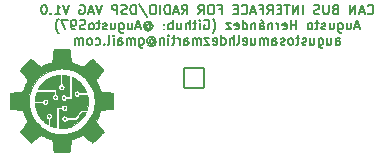
<source format=gbo>
G04 #@! TF.GenerationSoftware,KiCad,Pcbnew,(6.0.9)*
G04 #@! TF.CreationDate,2023-01-15T18:07:45+00:00*
G04 #@! TF.ProjectId,CanBus-Radio-VAG,43616e42-7573-42d5-9261-64696f2d5641,1.0*
G04 #@! TF.SameCoordinates,Original*
G04 #@! TF.FileFunction,Legend,Bot*
G04 #@! TF.FilePolarity,Positive*
%FSLAX46Y46*%
G04 Gerber Fmt 4.6, Leading zero omitted, Abs format (unit mm)*
G04 Created by KiCad (PCBNEW (6.0.9)) date 2023-01-15 18:07:45*
%MOMM*%
%LPD*%
G01*
G04 APERTURE LIST*
G04 Aperture macros list*
%AMRoundRect*
0 Rectangle with rounded corners*
0 $1 Rounding radius*
0 $2 $3 $4 $5 $6 $7 $8 $9 X,Y pos of 4 corners*
0 Add a 4 corners polygon primitive as box body*
4,1,4,$2,$3,$4,$5,$6,$7,$8,$9,$2,$3,0*
0 Add four circle primitives for the rounded corners*
1,1,$1+$1,$2,$3*
1,1,$1+$1,$4,$5*
1,1,$1+$1,$6,$7*
1,1,$1+$1,$8,$9*
0 Add four rect primitives between the rounded corners*
20,1,$1+$1,$2,$3,$4,$5,0*
20,1,$1+$1,$4,$5,$6,$7,0*
20,1,$1+$1,$6,$7,$8,$9,0*
20,1,$1+$1,$8,$9,$2,$3,0*%
G04 Aperture macros list end*
%ADD10C,0.150000*%
%ADD11C,0.010000*%
%ADD12C,2.102000*%
%ADD13C,4.502000*%
%ADD14C,1.602000*%
%ADD15O,1.802000X2.052000*%
%ADD16RoundRect,0.301000X0.600000X0.725000X-0.600000X0.725000X-0.600000X-0.725000X0.600000X-0.725000X0*%
%ADD17O,1.802000X1.802000*%
%ADD18RoundRect,0.051000X-0.850000X-0.850000X0.850000X-0.850000X0.850000X0.850000X-0.850000X0.850000X0*%
G04 APERTURE END LIST*
D10*
X103554104Y-63361314D02*
X103592200Y-63399409D01*
X103706485Y-63437504D01*
X103782676Y-63437504D01*
X103896961Y-63399409D01*
X103973152Y-63323219D01*
X104011247Y-63247028D01*
X104049342Y-63094647D01*
X104049342Y-62980361D01*
X104011247Y-62827980D01*
X103973152Y-62751790D01*
X103896961Y-62675600D01*
X103782676Y-62637504D01*
X103706485Y-62637504D01*
X103592200Y-62675600D01*
X103554104Y-62713695D01*
X103249342Y-63208933D02*
X102868390Y-63208933D01*
X103325533Y-63437504D02*
X103058866Y-62637504D01*
X102792200Y-63437504D01*
X102525533Y-63437504D02*
X102525533Y-62637504D01*
X102068390Y-63437504D01*
X102068390Y-62637504D01*
X100811247Y-63018457D02*
X100696961Y-63056552D01*
X100658866Y-63094647D01*
X100620771Y-63170838D01*
X100620771Y-63285123D01*
X100658866Y-63361314D01*
X100696961Y-63399409D01*
X100773152Y-63437504D01*
X101077914Y-63437504D01*
X101077914Y-62637504D01*
X100811247Y-62637504D01*
X100735057Y-62675600D01*
X100696961Y-62713695D01*
X100658866Y-62789885D01*
X100658866Y-62866076D01*
X100696961Y-62942266D01*
X100735057Y-62980361D01*
X100811247Y-63018457D01*
X101077914Y-63018457D01*
X100277914Y-62637504D02*
X100277914Y-63285123D01*
X100239819Y-63361314D01*
X100201723Y-63399409D01*
X100125533Y-63437504D01*
X99973152Y-63437504D01*
X99896961Y-63399409D01*
X99858866Y-63361314D01*
X99820771Y-63285123D01*
X99820771Y-62637504D01*
X99477914Y-63399409D02*
X99363628Y-63437504D01*
X99173152Y-63437504D01*
X99096961Y-63399409D01*
X99058866Y-63361314D01*
X99020771Y-63285123D01*
X99020771Y-63208933D01*
X99058866Y-63132742D01*
X99096961Y-63094647D01*
X99173152Y-63056552D01*
X99325533Y-63018457D01*
X99401723Y-62980361D01*
X99439819Y-62942266D01*
X99477914Y-62866076D01*
X99477914Y-62789885D01*
X99439819Y-62713695D01*
X99401723Y-62675600D01*
X99325533Y-62637504D01*
X99135057Y-62637504D01*
X99020771Y-62675600D01*
X98068390Y-63437504D02*
X98068390Y-62637504D01*
X97687438Y-63437504D02*
X97687438Y-62637504D01*
X97230295Y-63437504D01*
X97230295Y-62637504D01*
X96963628Y-62637504D02*
X96506485Y-62637504D01*
X96735057Y-63437504D02*
X96735057Y-62637504D01*
X96239819Y-63018457D02*
X95973152Y-63018457D01*
X95858866Y-63437504D02*
X96239819Y-63437504D01*
X96239819Y-62637504D01*
X95858866Y-62637504D01*
X95058866Y-63437504D02*
X95325533Y-63056552D01*
X95516009Y-63437504D02*
X95516009Y-62637504D01*
X95211247Y-62637504D01*
X95135057Y-62675600D01*
X95096961Y-62713695D01*
X95058866Y-62789885D01*
X95058866Y-62904171D01*
X95096961Y-62980361D01*
X95135057Y-63018457D01*
X95211247Y-63056552D01*
X95516009Y-63056552D01*
X94449342Y-63018457D02*
X94716009Y-63018457D01*
X94716009Y-63437504D02*
X94716009Y-62637504D01*
X94335057Y-62637504D01*
X94068390Y-63208933D02*
X93687438Y-63208933D01*
X94144580Y-63437504D02*
X93877914Y-62637504D01*
X93611247Y-63437504D01*
X92887438Y-63361314D02*
X92925533Y-63399409D01*
X93039819Y-63437504D01*
X93116009Y-63437504D01*
X93230295Y-63399409D01*
X93306485Y-63323219D01*
X93344580Y-63247028D01*
X93382676Y-63094647D01*
X93382676Y-62980361D01*
X93344580Y-62827980D01*
X93306485Y-62751790D01*
X93230295Y-62675600D01*
X93116009Y-62637504D01*
X93039819Y-62637504D01*
X92925533Y-62675600D01*
X92887438Y-62713695D01*
X92544580Y-63018457D02*
X92277914Y-63018457D01*
X92163628Y-63437504D02*
X92544580Y-63437504D01*
X92544580Y-62637504D01*
X92163628Y-62637504D01*
X90944580Y-63018457D02*
X91211247Y-63018457D01*
X91211247Y-63437504D02*
X91211247Y-62637504D01*
X90830295Y-62637504D01*
X90373152Y-62637504D02*
X90220771Y-62637504D01*
X90144580Y-62675600D01*
X90068390Y-62751790D01*
X90030295Y-62904171D01*
X90030295Y-63170838D01*
X90068390Y-63323219D01*
X90144580Y-63399409D01*
X90220771Y-63437504D01*
X90373152Y-63437504D01*
X90449342Y-63399409D01*
X90525533Y-63323219D01*
X90563628Y-63170838D01*
X90563628Y-62904171D01*
X90525533Y-62751790D01*
X90449342Y-62675600D01*
X90373152Y-62637504D01*
X89230295Y-63437504D02*
X89496961Y-63056552D01*
X89687438Y-63437504D02*
X89687438Y-62637504D01*
X89382676Y-62637504D01*
X89306485Y-62675600D01*
X89268390Y-62713695D01*
X89230295Y-62789885D01*
X89230295Y-62904171D01*
X89268390Y-62980361D01*
X89306485Y-63018457D01*
X89382676Y-63056552D01*
X89687438Y-63056552D01*
X87820771Y-63437504D02*
X88087438Y-63056552D01*
X88277914Y-63437504D02*
X88277914Y-62637504D01*
X87973152Y-62637504D01*
X87896961Y-62675600D01*
X87858866Y-62713695D01*
X87820771Y-62789885D01*
X87820771Y-62904171D01*
X87858866Y-62980361D01*
X87896961Y-63018457D01*
X87973152Y-63056552D01*
X88277914Y-63056552D01*
X87516009Y-63208933D02*
X87135057Y-63208933D01*
X87592200Y-63437504D02*
X87325533Y-62637504D01*
X87058866Y-63437504D01*
X86792200Y-63437504D02*
X86792200Y-62637504D01*
X86601723Y-62637504D01*
X86487438Y-62675600D01*
X86411247Y-62751790D01*
X86373152Y-62827980D01*
X86335057Y-62980361D01*
X86335057Y-63094647D01*
X86373152Y-63247028D01*
X86411247Y-63323219D01*
X86487438Y-63399409D01*
X86601723Y-63437504D01*
X86792200Y-63437504D01*
X85992200Y-63437504D02*
X85992200Y-62637504D01*
X85458866Y-62637504D02*
X85306485Y-62637504D01*
X85230295Y-62675600D01*
X85154104Y-62751790D01*
X85116009Y-62904171D01*
X85116009Y-63170838D01*
X85154104Y-63323219D01*
X85230295Y-63399409D01*
X85306485Y-63437504D01*
X85458866Y-63437504D01*
X85535057Y-63399409D01*
X85611247Y-63323219D01*
X85649342Y-63170838D01*
X85649342Y-62904171D01*
X85611247Y-62751790D01*
X85535057Y-62675600D01*
X85458866Y-62637504D01*
X84201723Y-62599409D02*
X84887438Y-63627980D01*
X83935057Y-63437504D02*
X83935057Y-62637504D01*
X83744580Y-62637504D01*
X83630295Y-62675600D01*
X83554104Y-62751790D01*
X83516009Y-62827980D01*
X83477914Y-62980361D01*
X83477914Y-63094647D01*
X83516009Y-63247028D01*
X83554104Y-63323219D01*
X83630295Y-63399409D01*
X83744580Y-63437504D01*
X83935057Y-63437504D01*
X83173152Y-63399409D02*
X83058866Y-63437504D01*
X82868390Y-63437504D01*
X82792200Y-63399409D01*
X82754104Y-63361314D01*
X82716009Y-63285123D01*
X82716009Y-63208933D01*
X82754104Y-63132742D01*
X82792200Y-63094647D01*
X82868390Y-63056552D01*
X83020771Y-63018457D01*
X83096961Y-62980361D01*
X83135057Y-62942266D01*
X83173152Y-62866076D01*
X83173152Y-62789885D01*
X83135057Y-62713695D01*
X83096961Y-62675600D01*
X83020771Y-62637504D01*
X82830295Y-62637504D01*
X82716009Y-62675600D01*
X82373152Y-63437504D02*
X82373152Y-62637504D01*
X82068390Y-62637504D01*
X81992200Y-62675600D01*
X81954104Y-62713695D01*
X81916009Y-62789885D01*
X81916009Y-62904171D01*
X81954104Y-62980361D01*
X81992200Y-63018457D01*
X82068390Y-63056552D01*
X82373152Y-63056552D01*
X81077914Y-62637504D02*
X80811247Y-63437504D01*
X80544580Y-62637504D01*
X80316009Y-63208933D02*
X79935057Y-63208933D01*
X80392200Y-63437504D02*
X80125533Y-62637504D01*
X79858866Y-63437504D01*
X79173152Y-62675600D02*
X79249342Y-62637504D01*
X79363628Y-62637504D01*
X79477914Y-62675600D01*
X79554104Y-62751790D01*
X79592200Y-62827980D01*
X79630295Y-62980361D01*
X79630295Y-63094647D01*
X79592200Y-63247028D01*
X79554104Y-63323219D01*
X79477914Y-63399409D01*
X79363628Y-63437504D01*
X79287438Y-63437504D01*
X79173152Y-63399409D01*
X79135057Y-63361314D01*
X79135057Y-63094647D01*
X79287438Y-63094647D01*
X78296961Y-62637504D02*
X78030295Y-63437504D01*
X77763628Y-62637504D01*
X77077914Y-63437504D02*
X77535057Y-63437504D01*
X77306485Y-63437504D02*
X77306485Y-62637504D01*
X77382676Y-62751790D01*
X77458866Y-62827980D01*
X77535057Y-62866076D01*
X76735057Y-63361314D02*
X76696961Y-63399409D01*
X76735057Y-63437504D01*
X76773152Y-63399409D01*
X76735057Y-63361314D01*
X76735057Y-63437504D01*
X76201723Y-62637504D02*
X76125533Y-62637504D01*
X76049342Y-62675600D01*
X76011247Y-62713695D01*
X75973152Y-62789885D01*
X75935057Y-62942266D01*
X75935057Y-63132742D01*
X75973152Y-63285123D01*
X76011247Y-63361314D01*
X76049342Y-63399409D01*
X76125533Y-63437504D01*
X76201723Y-63437504D01*
X76277914Y-63399409D01*
X76316009Y-63361314D01*
X76354104Y-63285123D01*
X76392200Y-63132742D01*
X76392200Y-62942266D01*
X76354104Y-62789885D01*
X76316009Y-62713695D01*
X76277914Y-62675600D01*
X76201723Y-62637504D01*
X102849342Y-64496933D02*
X102468390Y-64496933D01*
X102925533Y-64725504D02*
X102658866Y-63925504D01*
X102392200Y-64725504D01*
X101782676Y-64192171D02*
X101782676Y-64725504D01*
X102125533Y-64192171D02*
X102125533Y-64611219D01*
X102087438Y-64687409D01*
X102011247Y-64725504D01*
X101896961Y-64725504D01*
X101820771Y-64687409D01*
X101782676Y-64649314D01*
X101058866Y-64192171D02*
X101058866Y-64839790D01*
X101096961Y-64915980D01*
X101135057Y-64954076D01*
X101211247Y-64992171D01*
X101325533Y-64992171D01*
X101401723Y-64954076D01*
X101058866Y-64687409D02*
X101135057Y-64725504D01*
X101287438Y-64725504D01*
X101363628Y-64687409D01*
X101401723Y-64649314D01*
X101439819Y-64573123D01*
X101439819Y-64344552D01*
X101401723Y-64268361D01*
X101363628Y-64230266D01*
X101287438Y-64192171D01*
X101135057Y-64192171D01*
X101058866Y-64230266D01*
X100335057Y-64192171D02*
X100335057Y-64725504D01*
X100677914Y-64192171D02*
X100677914Y-64611219D01*
X100639819Y-64687409D01*
X100563628Y-64725504D01*
X100449342Y-64725504D01*
X100373152Y-64687409D01*
X100335057Y-64649314D01*
X99992200Y-64687409D02*
X99916009Y-64725504D01*
X99763628Y-64725504D01*
X99687438Y-64687409D01*
X99649342Y-64611219D01*
X99649342Y-64573123D01*
X99687438Y-64496933D01*
X99763628Y-64458838D01*
X99877914Y-64458838D01*
X99954104Y-64420742D01*
X99992200Y-64344552D01*
X99992200Y-64306457D01*
X99954104Y-64230266D01*
X99877914Y-64192171D01*
X99763628Y-64192171D01*
X99687438Y-64230266D01*
X99420771Y-64192171D02*
X99116009Y-64192171D01*
X99306485Y-63925504D02*
X99306485Y-64611219D01*
X99268390Y-64687409D01*
X99192200Y-64725504D01*
X99116009Y-64725504D01*
X98735057Y-64725504D02*
X98811247Y-64687409D01*
X98849342Y-64649314D01*
X98887438Y-64573123D01*
X98887438Y-64344552D01*
X98849342Y-64268361D01*
X98811247Y-64230266D01*
X98735057Y-64192171D01*
X98620771Y-64192171D01*
X98544580Y-64230266D01*
X98506485Y-64268361D01*
X98468390Y-64344552D01*
X98468390Y-64573123D01*
X98506485Y-64649314D01*
X98544580Y-64687409D01*
X98620771Y-64725504D01*
X98735057Y-64725504D01*
X97516009Y-64725504D02*
X97516009Y-63925504D01*
X97516009Y-64306457D02*
X97058866Y-64306457D01*
X97058866Y-64725504D02*
X97058866Y-63925504D01*
X96373152Y-64687409D02*
X96449342Y-64725504D01*
X96601723Y-64725504D01*
X96677914Y-64687409D01*
X96716009Y-64611219D01*
X96716009Y-64306457D01*
X96677914Y-64230266D01*
X96601723Y-64192171D01*
X96449342Y-64192171D01*
X96373152Y-64230266D01*
X96335057Y-64306457D01*
X96335057Y-64382647D01*
X96716009Y-64458838D01*
X95992200Y-64725504D02*
X95992200Y-64192171D01*
X95992200Y-64344552D02*
X95954104Y-64268361D01*
X95916009Y-64230266D01*
X95839819Y-64192171D01*
X95763628Y-64192171D01*
X95496961Y-64192171D02*
X95496961Y-64725504D01*
X95496961Y-64268361D02*
X95458866Y-64230266D01*
X95382676Y-64192171D01*
X95268390Y-64192171D01*
X95192200Y-64230266D01*
X95154104Y-64306457D01*
X95154104Y-64725504D01*
X94430295Y-64725504D02*
X94430295Y-64306457D01*
X94468390Y-64230266D01*
X94544580Y-64192171D01*
X94696961Y-64192171D01*
X94773152Y-64230266D01*
X94430295Y-64687409D02*
X94506485Y-64725504D01*
X94696961Y-64725504D01*
X94773152Y-64687409D01*
X94811247Y-64611219D01*
X94811247Y-64535028D01*
X94773152Y-64458838D01*
X94696961Y-64420742D01*
X94506485Y-64420742D01*
X94430295Y-64382647D01*
X94544580Y-63887409D02*
X94658866Y-64001695D01*
X94049342Y-64192171D02*
X94049342Y-64725504D01*
X94049342Y-64268361D02*
X94011247Y-64230266D01*
X93935057Y-64192171D01*
X93820771Y-64192171D01*
X93744580Y-64230266D01*
X93706485Y-64306457D01*
X93706485Y-64725504D01*
X92982676Y-64725504D02*
X92982676Y-63925504D01*
X92982676Y-64687409D02*
X93058866Y-64725504D01*
X93211247Y-64725504D01*
X93287438Y-64687409D01*
X93325533Y-64649314D01*
X93363628Y-64573123D01*
X93363628Y-64344552D01*
X93325533Y-64268361D01*
X93287438Y-64230266D01*
X93211247Y-64192171D01*
X93058866Y-64192171D01*
X92982676Y-64230266D01*
X92296961Y-64687409D02*
X92373152Y-64725504D01*
X92525533Y-64725504D01*
X92601723Y-64687409D01*
X92639819Y-64611219D01*
X92639819Y-64306457D01*
X92601723Y-64230266D01*
X92525533Y-64192171D01*
X92373152Y-64192171D01*
X92296961Y-64230266D01*
X92258866Y-64306457D01*
X92258866Y-64382647D01*
X92639819Y-64458838D01*
X91992200Y-64192171D02*
X91573152Y-64192171D01*
X91992200Y-64725504D01*
X91573152Y-64725504D01*
X90430295Y-65030266D02*
X90468390Y-64992171D01*
X90544580Y-64877885D01*
X90582676Y-64801695D01*
X90620771Y-64687409D01*
X90658866Y-64496933D01*
X90658866Y-64344552D01*
X90620771Y-64154076D01*
X90582676Y-64039790D01*
X90544580Y-63963600D01*
X90468390Y-63849314D01*
X90430295Y-63811219D01*
X89706485Y-63963600D02*
X89782676Y-63925504D01*
X89896961Y-63925504D01*
X90011247Y-63963600D01*
X90087438Y-64039790D01*
X90125533Y-64115980D01*
X90163628Y-64268361D01*
X90163628Y-64382647D01*
X90125533Y-64535028D01*
X90087438Y-64611219D01*
X90011247Y-64687409D01*
X89896961Y-64725504D01*
X89820771Y-64725504D01*
X89706485Y-64687409D01*
X89668390Y-64649314D01*
X89668390Y-64382647D01*
X89820771Y-64382647D01*
X89325533Y-64725504D02*
X89325533Y-64192171D01*
X89325533Y-63925504D02*
X89363628Y-63963600D01*
X89325533Y-64001695D01*
X89287438Y-63963600D01*
X89325533Y-63925504D01*
X89325533Y-64001695D01*
X89058866Y-64192171D02*
X88754104Y-64192171D01*
X88944580Y-63925504D02*
X88944580Y-64611219D01*
X88906485Y-64687409D01*
X88830295Y-64725504D01*
X88754104Y-64725504D01*
X88487438Y-64725504D02*
X88487438Y-63925504D01*
X88144580Y-64725504D02*
X88144580Y-64306457D01*
X88182676Y-64230266D01*
X88258866Y-64192171D01*
X88373152Y-64192171D01*
X88449342Y-64230266D01*
X88487438Y-64268361D01*
X87420771Y-64192171D02*
X87420771Y-64725504D01*
X87763628Y-64192171D02*
X87763628Y-64611219D01*
X87725533Y-64687409D01*
X87649342Y-64725504D01*
X87535057Y-64725504D01*
X87458866Y-64687409D01*
X87420771Y-64649314D01*
X87039819Y-64725504D02*
X87039819Y-63925504D01*
X87039819Y-64230266D02*
X86963628Y-64192171D01*
X86811247Y-64192171D01*
X86735057Y-64230266D01*
X86696961Y-64268361D01*
X86658866Y-64344552D01*
X86658866Y-64573123D01*
X86696961Y-64649314D01*
X86735057Y-64687409D01*
X86811247Y-64725504D01*
X86963628Y-64725504D01*
X87039819Y-64687409D01*
X86316009Y-64649314D02*
X86277914Y-64687409D01*
X86316009Y-64725504D01*
X86354104Y-64687409D01*
X86316009Y-64649314D01*
X86316009Y-64725504D01*
X86316009Y-64230266D02*
X86277914Y-64268361D01*
X86316009Y-64306457D01*
X86354104Y-64268361D01*
X86316009Y-64230266D01*
X86316009Y-64306457D01*
X84830295Y-64344552D02*
X84868390Y-64306457D01*
X84944580Y-64268361D01*
X85020771Y-64268361D01*
X85096961Y-64306457D01*
X85135057Y-64344552D01*
X85173152Y-64420742D01*
X85173152Y-64496933D01*
X85135057Y-64573123D01*
X85096961Y-64611219D01*
X85020771Y-64649314D01*
X84944580Y-64649314D01*
X84868390Y-64611219D01*
X84830295Y-64573123D01*
X84830295Y-64268361D02*
X84830295Y-64573123D01*
X84792200Y-64611219D01*
X84754104Y-64611219D01*
X84677914Y-64573123D01*
X84639819Y-64496933D01*
X84639819Y-64306457D01*
X84716009Y-64192171D01*
X84830295Y-64115980D01*
X84982676Y-64077885D01*
X85135057Y-64115980D01*
X85249342Y-64192171D01*
X85325533Y-64306457D01*
X85363628Y-64458838D01*
X85325533Y-64611219D01*
X85249342Y-64725504D01*
X85135057Y-64801695D01*
X84982676Y-64839790D01*
X84830295Y-64801695D01*
X84716009Y-64725504D01*
X84335057Y-64496933D02*
X83954104Y-64496933D01*
X84411247Y-64725504D02*
X84144580Y-63925504D01*
X83877914Y-64725504D01*
X83268390Y-64192171D02*
X83268390Y-64725504D01*
X83611247Y-64192171D02*
X83611247Y-64611219D01*
X83573152Y-64687409D01*
X83496961Y-64725504D01*
X83382676Y-64725504D01*
X83306485Y-64687409D01*
X83268390Y-64649314D01*
X82544580Y-64192171D02*
X82544580Y-64839790D01*
X82582676Y-64915980D01*
X82620771Y-64954076D01*
X82696961Y-64992171D01*
X82811247Y-64992171D01*
X82887438Y-64954076D01*
X82544580Y-64687409D02*
X82620771Y-64725504D01*
X82773152Y-64725504D01*
X82849342Y-64687409D01*
X82887438Y-64649314D01*
X82925533Y-64573123D01*
X82925533Y-64344552D01*
X82887438Y-64268361D01*
X82849342Y-64230266D01*
X82773152Y-64192171D01*
X82620771Y-64192171D01*
X82544580Y-64230266D01*
X81820771Y-64192171D02*
X81820771Y-64725504D01*
X82163628Y-64192171D02*
X82163628Y-64611219D01*
X82125533Y-64687409D01*
X82049342Y-64725504D01*
X81935057Y-64725504D01*
X81858866Y-64687409D01*
X81820771Y-64649314D01*
X81477914Y-64687409D02*
X81401723Y-64725504D01*
X81249342Y-64725504D01*
X81173152Y-64687409D01*
X81135057Y-64611219D01*
X81135057Y-64573123D01*
X81173152Y-64496933D01*
X81249342Y-64458838D01*
X81363628Y-64458838D01*
X81439819Y-64420742D01*
X81477914Y-64344552D01*
X81477914Y-64306457D01*
X81439819Y-64230266D01*
X81363628Y-64192171D01*
X81249342Y-64192171D01*
X81173152Y-64230266D01*
X80906485Y-64192171D02*
X80601723Y-64192171D01*
X80792200Y-63925504D02*
X80792200Y-64611219D01*
X80754104Y-64687409D01*
X80677914Y-64725504D01*
X80601723Y-64725504D01*
X80220771Y-64725504D02*
X80296961Y-64687409D01*
X80335057Y-64649314D01*
X80373152Y-64573123D01*
X80373152Y-64344552D01*
X80335057Y-64268361D01*
X80296961Y-64230266D01*
X80220771Y-64192171D01*
X80106485Y-64192171D01*
X80030295Y-64230266D01*
X79992200Y-64268361D01*
X79954104Y-64344552D01*
X79954104Y-64573123D01*
X79992200Y-64649314D01*
X80030295Y-64687409D01*
X80106485Y-64725504D01*
X80220771Y-64725504D01*
X79649342Y-64687409D02*
X79535057Y-64725504D01*
X79344580Y-64725504D01*
X79268390Y-64687409D01*
X79230295Y-64649314D01*
X79192200Y-64573123D01*
X79192200Y-64496933D01*
X79230295Y-64420742D01*
X79268390Y-64382647D01*
X79344580Y-64344552D01*
X79496961Y-64306457D01*
X79573152Y-64268361D01*
X79611247Y-64230266D01*
X79649342Y-64154076D01*
X79649342Y-64077885D01*
X79611247Y-64001695D01*
X79573152Y-63963600D01*
X79496961Y-63925504D01*
X79306485Y-63925504D01*
X79192200Y-63963600D01*
X78811247Y-64725504D02*
X78658866Y-64725504D01*
X78582676Y-64687409D01*
X78544580Y-64649314D01*
X78468390Y-64535028D01*
X78430295Y-64382647D01*
X78430295Y-64077885D01*
X78468390Y-64001695D01*
X78506485Y-63963600D01*
X78582676Y-63925504D01*
X78735057Y-63925504D01*
X78811247Y-63963600D01*
X78849342Y-64001695D01*
X78887438Y-64077885D01*
X78887438Y-64268361D01*
X78849342Y-64344552D01*
X78811247Y-64382647D01*
X78735057Y-64420742D01*
X78582676Y-64420742D01*
X78506485Y-64382647D01*
X78468390Y-64344552D01*
X78430295Y-64268361D01*
X78163628Y-63925504D02*
X77630295Y-63925504D01*
X77973152Y-64725504D01*
X77401723Y-65030266D02*
X77363628Y-64992171D01*
X77287438Y-64877885D01*
X77249342Y-64801695D01*
X77211247Y-64687409D01*
X77173152Y-64496933D01*
X77173152Y-64344552D01*
X77211247Y-64154076D01*
X77249342Y-64039790D01*
X77287438Y-63963600D01*
X77363628Y-63849314D01*
X77401723Y-63811219D01*
X100868390Y-66013504D02*
X100868390Y-65594457D01*
X100906485Y-65518266D01*
X100982676Y-65480171D01*
X101135057Y-65480171D01*
X101211247Y-65518266D01*
X100868390Y-65975409D02*
X100944580Y-66013504D01*
X101135057Y-66013504D01*
X101211247Y-65975409D01*
X101249342Y-65899219D01*
X101249342Y-65823028D01*
X101211247Y-65746838D01*
X101135057Y-65708742D01*
X100944580Y-65708742D01*
X100868390Y-65670647D01*
X100144580Y-65480171D02*
X100144580Y-66013504D01*
X100487438Y-65480171D02*
X100487438Y-65899219D01*
X100449342Y-65975409D01*
X100373152Y-66013504D01*
X100258866Y-66013504D01*
X100182676Y-65975409D01*
X100144580Y-65937314D01*
X99420771Y-65480171D02*
X99420771Y-66127790D01*
X99458866Y-66203980D01*
X99496961Y-66242076D01*
X99573152Y-66280171D01*
X99687438Y-66280171D01*
X99763628Y-66242076D01*
X99420771Y-65975409D02*
X99496961Y-66013504D01*
X99649342Y-66013504D01*
X99725533Y-65975409D01*
X99763628Y-65937314D01*
X99801723Y-65861123D01*
X99801723Y-65632552D01*
X99763628Y-65556361D01*
X99725533Y-65518266D01*
X99649342Y-65480171D01*
X99496961Y-65480171D01*
X99420771Y-65518266D01*
X98696961Y-65480171D02*
X98696961Y-66013504D01*
X99039819Y-65480171D02*
X99039819Y-65899219D01*
X99001723Y-65975409D01*
X98925533Y-66013504D01*
X98811247Y-66013504D01*
X98735057Y-65975409D01*
X98696961Y-65937314D01*
X98354104Y-65975409D02*
X98277914Y-66013504D01*
X98125533Y-66013504D01*
X98049342Y-65975409D01*
X98011247Y-65899219D01*
X98011247Y-65861123D01*
X98049342Y-65784933D01*
X98125533Y-65746838D01*
X98239819Y-65746838D01*
X98316009Y-65708742D01*
X98354104Y-65632552D01*
X98354104Y-65594457D01*
X98316009Y-65518266D01*
X98239819Y-65480171D01*
X98125533Y-65480171D01*
X98049342Y-65518266D01*
X97782676Y-65480171D02*
X97477914Y-65480171D01*
X97668390Y-65213504D02*
X97668390Y-65899219D01*
X97630295Y-65975409D01*
X97554104Y-66013504D01*
X97477914Y-66013504D01*
X97096961Y-66013504D02*
X97173152Y-65975409D01*
X97211247Y-65937314D01*
X97249342Y-65861123D01*
X97249342Y-65632552D01*
X97211247Y-65556361D01*
X97173152Y-65518266D01*
X97096961Y-65480171D01*
X96982676Y-65480171D01*
X96906485Y-65518266D01*
X96868390Y-65556361D01*
X96830295Y-65632552D01*
X96830295Y-65861123D01*
X96868390Y-65937314D01*
X96906485Y-65975409D01*
X96982676Y-66013504D01*
X97096961Y-66013504D01*
X96525533Y-65975409D02*
X96449342Y-66013504D01*
X96296961Y-66013504D01*
X96220771Y-65975409D01*
X96182676Y-65899219D01*
X96182676Y-65861123D01*
X96220771Y-65784933D01*
X96296961Y-65746838D01*
X96411247Y-65746838D01*
X96487438Y-65708742D01*
X96525533Y-65632552D01*
X96525533Y-65594457D01*
X96487438Y-65518266D01*
X96411247Y-65480171D01*
X96296961Y-65480171D01*
X96220771Y-65518266D01*
X95496961Y-66013504D02*
X95496961Y-65594457D01*
X95535057Y-65518266D01*
X95611247Y-65480171D01*
X95763628Y-65480171D01*
X95839819Y-65518266D01*
X95496961Y-65975409D02*
X95573152Y-66013504D01*
X95763628Y-66013504D01*
X95839819Y-65975409D01*
X95877914Y-65899219D01*
X95877914Y-65823028D01*
X95839819Y-65746838D01*
X95763628Y-65708742D01*
X95573152Y-65708742D01*
X95496961Y-65670647D01*
X95116009Y-66013504D02*
X95116009Y-65480171D01*
X95116009Y-65556361D02*
X95077914Y-65518266D01*
X95001723Y-65480171D01*
X94887438Y-65480171D01*
X94811247Y-65518266D01*
X94773152Y-65594457D01*
X94773152Y-66013504D01*
X94773152Y-65594457D02*
X94735057Y-65518266D01*
X94658866Y-65480171D01*
X94544580Y-65480171D01*
X94468390Y-65518266D01*
X94430295Y-65594457D01*
X94430295Y-66013504D01*
X93706485Y-65480171D02*
X93706485Y-66013504D01*
X94049342Y-65480171D02*
X94049342Y-65899219D01*
X94011247Y-65975409D01*
X93935057Y-66013504D01*
X93820771Y-66013504D01*
X93744580Y-65975409D01*
X93706485Y-65937314D01*
X93020771Y-65975409D02*
X93096961Y-66013504D01*
X93249342Y-66013504D01*
X93325533Y-65975409D01*
X93363628Y-65899219D01*
X93363628Y-65594457D01*
X93325533Y-65518266D01*
X93249342Y-65480171D01*
X93096961Y-65480171D01*
X93020771Y-65518266D01*
X92982676Y-65594457D01*
X92982676Y-65670647D01*
X93363628Y-65746838D01*
X92525533Y-66013504D02*
X92601723Y-65975409D01*
X92639819Y-65899219D01*
X92639819Y-65213504D01*
X92220771Y-66013504D02*
X92220771Y-65213504D01*
X91877914Y-66013504D02*
X91877914Y-65594457D01*
X91916009Y-65518266D01*
X91992200Y-65480171D01*
X92106485Y-65480171D01*
X92182676Y-65518266D01*
X92220771Y-65556361D01*
X91154104Y-66013504D02*
X91154104Y-65213504D01*
X91154104Y-65975409D02*
X91230295Y-66013504D01*
X91382676Y-66013504D01*
X91458866Y-65975409D01*
X91496961Y-65937314D01*
X91535057Y-65861123D01*
X91535057Y-65632552D01*
X91496961Y-65556361D01*
X91458866Y-65518266D01*
X91382676Y-65480171D01*
X91230295Y-65480171D01*
X91154104Y-65518266D01*
X90468390Y-65975409D02*
X90544580Y-66013504D01*
X90696961Y-66013504D01*
X90773152Y-65975409D01*
X90811247Y-65899219D01*
X90811247Y-65594457D01*
X90773152Y-65518266D01*
X90696961Y-65480171D01*
X90544580Y-65480171D01*
X90468390Y-65518266D01*
X90430295Y-65594457D01*
X90430295Y-65670647D01*
X90811247Y-65746838D01*
X90163628Y-65480171D02*
X89744580Y-65480171D01*
X90163628Y-66013504D01*
X89744580Y-66013504D01*
X89439819Y-66013504D02*
X89439819Y-65480171D01*
X89439819Y-65556361D02*
X89401723Y-65518266D01*
X89325533Y-65480171D01*
X89211247Y-65480171D01*
X89135057Y-65518266D01*
X89096961Y-65594457D01*
X89096961Y-66013504D01*
X89096961Y-65594457D02*
X89058866Y-65518266D01*
X88982676Y-65480171D01*
X88868390Y-65480171D01*
X88792200Y-65518266D01*
X88754104Y-65594457D01*
X88754104Y-66013504D01*
X88030295Y-66013504D02*
X88030295Y-65594457D01*
X88068390Y-65518266D01*
X88144580Y-65480171D01*
X88296961Y-65480171D01*
X88373152Y-65518266D01*
X88030295Y-65975409D02*
X88106485Y-66013504D01*
X88296961Y-66013504D01*
X88373152Y-65975409D01*
X88411247Y-65899219D01*
X88411247Y-65823028D01*
X88373152Y-65746838D01*
X88296961Y-65708742D01*
X88106485Y-65708742D01*
X88030295Y-65670647D01*
X87649342Y-66013504D02*
X87649342Y-65480171D01*
X87649342Y-65632552D02*
X87611247Y-65556361D01*
X87573152Y-65518266D01*
X87496961Y-65480171D01*
X87420771Y-65480171D01*
X87268390Y-65480171D02*
X86963628Y-65480171D01*
X87154104Y-65213504D02*
X87154104Y-65899219D01*
X87116009Y-65975409D01*
X87039819Y-66013504D01*
X86963628Y-66013504D01*
X86696961Y-66013504D02*
X86696961Y-65480171D01*
X86696961Y-65213504D02*
X86735057Y-65251600D01*
X86696961Y-65289695D01*
X86658866Y-65251600D01*
X86696961Y-65213504D01*
X86696961Y-65289695D01*
X86316009Y-65480171D02*
X86316009Y-66013504D01*
X86316009Y-65556361D02*
X86277914Y-65518266D01*
X86201723Y-65480171D01*
X86087438Y-65480171D01*
X86011247Y-65518266D01*
X85973152Y-65594457D01*
X85973152Y-66013504D01*
X85096961Y-65632552D02*
X85135057Y-65594457D01*
X85211247Y-65556361D01*
X85287438Y-65556361D01*
X85363628Y-65594457D01*
X85401723Y-65632552D01*
X85439819Y-65708742D01*
X85439819Y-65784933D01*
X85401723Y-65861123D01*
X85363628Y-65899219D01*
X85287438Y-65937314D01*
X85211247Y-65937314D01*
X85135057Y-65899219D01*
X85096961Y-65861123D01*
X85096961Y-65556361D02*
X85096961Y-65861123D01*
X85058866Y-65899219D01*
X85020771Y-65899219D01*
X84944580Y-65861123D01*
X84906485Y-65784933D01*
X84906485Y-65594457D01*
X84982676Y-65480171D01*
X85096961Y-65403980D01*
X85249342Y-65365885D01*
X85401723Y-65403980D01*
X85516009Y-65480171D01*
X85592200Y-65594457D01*
X85630295Y-65746838D01*
X85592200Y-65899219D01*
X85516009Y-66013504D01*
X85401723Y-66089695D01*
X85249342Y-66127790D01*
X85096961Y-66089695D01*
X84982676Y-66013504D01*
X84220771Y-65480171D02*
X84220771Y-66127790D01*
X84258866Y-66203980D01*
X84296961Y-66242076D01*
X84373152Y-66280171D01*
X84487438Y-66280171D01*
X84563628Y-66242076D01*
X84220771Y-65975409D02*
X84296961Y-66013504D01*
X84449342Y-66013504D01*
X84525533Y-65975409D01*
X84563628Y-65937314D01*
X84601723Y-65861123D01*
X84601723Y-65632552D01*
X84563628Y-65556361D01*
X84525533Y-65518266D01*
X84449342Y-65480171D01*
X84296961Y-65480171D01*
X84220771Y-65518266D01*
X83839819Y-66013504D02*
X83839819Y-65480171D01*
X83839819Y-65556361D02*
X83801723Y-65518266D01*
X83725533Y-65480171D01*
X83611247Y-65480171D01*
X83535057Y-65518266D01*
X83496961Y-65594457D01*
X83496961Y-66013504D01*
X83496961Y-65594457D02*
X83458866Y-65518266D01*
X83382676Y-65480171D01*
X83268390Y-65480171D01*
X83192200Y-65518266D01*
X83154104Y-65594457D01*
X83154104Y-66013504D01*
X82430295Y-66013504D02*
X82430295Y-65594457D01*
X82468390Y-65518266D01*
X82544580Y-65480171D01*
X82696961Y-65480171D01*
X82773152Y-65518266D01*
X82430295Y-65975409D02*
X82506485Y-66013504D01*
X82696961Y-66013504D01*
X82773152Y-65975409D01*
X82811247Y-65899219D01*
X82811247Y-65823028D01*
X82773152Y-65746838D01*
X82696961Y-65708742D01*
X82506485Y-65708742D01*
X82430295Y-65670647D01*
X82049342Y-66013504D02*
X82049342Y-65480171D01*
X82049342Y-65213504D02*
X82087438Y-65251600D01*
X82049342Y-65289695D01*
X82011247Y-65251600D01*
X82049342Y-65213504D01*
X82049342Y-65289695D01*
X81554104Y-66013504D02*
X81630295Y-65975409D01*
X81668390Y-65899219D01*
X81668390Y-65213504D01*
X81249342Y-65937314D02*
X81211247Y-65975409D01*
X81249342Y-66013504D01*
X81287438Y-65975409D01*
X81249342Y-65937314D01*
X81249342Y-66013504D01*
X80525533Y-65975409D02*
X80601723Y-66013504D01*
X80754104Y-66013504D01*
X80830295Y-65975409D01*
X80868390Y-65937314D01*
X80906485Y-65861123D01*
X80906485Y-65632552D01*
X80868390Y-65556361D01*
X80830295Y-65518266D01*
X80754104Y-65480171D01*
X80601723Y-65480171D01*
X80525533Y-65518266D01*
X80068390Y-66013504D02*
X80144580Y-65975409D01*
X80182676Y-65937314D01*
X80220771Y-65861123D01*
X80220771Y-65632552D01*
X80182676Y-65556361D01*
X80144580Y-65518266D01*
X80068390Y-65480171D01*
X79954104Y-65480171D01*
X79877914Y-65518266D01*
X79839819Y-65556361D01*
X79801723Y-65632552D01*
X79801723Y-65861123D01*
X79839819Y-65937314D01*
X79877914Y-65975409D01*
X79954104Y-66013504D01*
X80068390Y-66013504D01*
X79458866Y-66013504D02*
X79458866Y-65480171D01*
X79458866Y-65556361D02*
X79420771Y-65518266D01*
X79344580Y-65480171D01*
X79230295Y-65480171D01*
X79154104Y-65518266D01*
X79116009Y-65594457D01*
X79116009Y-66013504D01*
X79116009Y-65594457D02*
X79077914Y-65518266D01*
X79001723Y-65480171D01*
X78887438Y-65480171D01*
X78811247Y-65518266D01*
X78773152Y-65594457D01*
X78773152Y-66013504D01*
G36*
X73282792Y-70730338D02*
G01*
X73281981Y-70561955D01*
X73281882Y-70424269D01*
X73282562Y-70314646D01*
X73284088Y-70230453D01*
X73286525Y-70169058D01*
X73289940Y-70127825D01*
X73294399Y-70104121D01*
X73299969Y-70095314D01*
X73300532Y-70095136D01*
X73324876Y-70091065D01*
X73377985Y-70083998D01*
X73455304Y-70074484D01*
X73552281Y-70063071D01*
X73664364Y-70050305D01*
X73786999Y-70036735D01*
X73827062Y-70032374D01*
X73975918Y-70016283D01*
X74095299Y-70003237D01*
X74188556Y-69992413D01*
X74259038Y-69982986D01*
X74310097Y-69974133D01*
X74345084Y-69965028D01*
X74367349Y-69954849D01*
X74380242Y-69942771D01*
X74387115Y-69927969D01*
X74391317Y-69909621D01*
X74396201Y-69886901D01*
X74396902Y-69884135D01*
X74424593Y-69791765D01*
X74465742Y-69676310D01*
X74517797Y-69544253D01*
X74578207Y-69402073D01*
X74644422Y-69256254D01*
X74662176Y-69218076D01*
X74697677Y-69139464D01*
X74726158Y-69073266D01*
X74745067Y-69025518D01*
X74751851Y-69002254D01*
X74750268Y-68997923D01*
X74732477Y-68969830D01*
X74696997Y-68920169D01*
X74646426Y-68852389D01*
X74583358Y-68769938D01*
X74510389Y-68676267D01*
X74430118Y-68574823D01*
X74398292Y-68534800D01*
X74320604Y-68436176D01*
X74251235Y-68346810D01*
X74192774Y-68270125D01*
X74147810Y-68209538D01*
X74118934Y-68168470D01*
X74108733Y-68150340D01*
X74110824Y-68145675D01*
X74131420Y-68119130D01*
X74171352Y-68073572D01*
X74227317Y-68012415D01*
X74296015Y-67939075D01*
X74374144Y-67856967D01*
X74458405Y-67769506D01*
X74545494Y-67680107D01*
X74632112Y-67592187D01*
X74714958Y-67509159D01*
X74790729Y-67434440D01*
X74856126Y-67371445D01*
X74907846Y-67323588D01*
X75034681Y-67210175D01*
X75405674Y-67501685D01*
X75408990Y-67504291D01*
X75508680Y-67582457D01*
X75602214Y-67655504D01*
X75685504Y-67720263D01*
X75754464Y-67773562D01*
X75805004Y-67812233D01*
X75833039Y-67833104D01*
X75889411Y-67873014D01*
X76120905Y-67767109D01*
X76199915Y-67731198D01*
X76332761Y-67672342D01*
X76444944Y-67625189D01*
X76542700Y-67587259D01*
X76632265Y-67556077D01*
X76719875Y-67529164D01*
X76734456Y-67524923D01*
X76795454Y-67505497D01*
X76831859Y-67488859D01*
X76850745Y-67470855D01*
X76859182Y-67447330D01*
X76859598Y-67445072D01*
X76864161Y-67412343D01*
X76871629Y-67351414D01*
X76881456Y-67267027D01*
X76893098Y-67163924D01*
X76906011Y-67046845D01*
X76919651Y-66920534D01*
X76922247Y-66896297D01*
X76935659Y-66773068D01*
X76948173Y-66661213D01*
X76959266Y-66565193D01*
X76968414Y-66489471D01*
X76975092Y-66438508D01*
X76978778Y-66416767D01*
X76978842Y-66416603D01*
X76988518Y-66411018D01*
X77014150Y-66406441D01*
X77058295Y-66402791D01*
X77123512Y-66399986D01*
X77212360Y-66397946D01*
X77327396Y-66396589D01*
X77471180Y-66395834D01*
X77646269Y-66395600D01*
X77682715Y-66395620D01*
X77826544Y-66396084D01*
X77958640Y-66397114D01*
X78075314Y-66398640D01*
X78172879Y-66400591D01*
X78247644Y-66402899D01*
X78295920Y-66405492D01*
X78314020Y-66408300D01*
X78314818Y-66410923D01*
X78319499Y-66439937D01*
X78327002Y-66497029D01*
X78336816Y-66577917D01*
X78348432Y-66678318D01*
X78361339Y-66793951D01*
X78375028Y-66920534D01*
X78378969Y-66957312D01*
X78392797Y-67082718D01*
X78405975Y-67196940D01*
X78417944Y-67295478D01*
X78428146Y-67373829D01*
X78436020Y-67427491D01*
X78441009Y-67451964D01*
X78459383Y-67470524D01*
X78504233Y-67494784D01*
X78577569Y-67525311D01*
X78681567Y-67563111D01*
X78700436Y-67569766D01*
X78807331Y-67609777D01*
X78928386Y-67658083D01*
X79050108Y-67709185D01*
X79159005Y-67757590D01*
X79234730Y-67792419D01*
X79307170Y-67824907D01*
X79358183Y-67845832D01*
X79392946Y-67856737D01*
X79416636Y-67859165D01*
X79434429Y-67854659D01*
X79451501Y-67844760D01*
X79453660Y-67843296D01*
X79481555Y-67822575D01*
X79531447Y-67784112D01*
X79599531Y-67730892D01*
X79682001Y-67665901D01*
X79775053Y-67592126D01*
X79874881Y-67512551D01*
X79896536Y-67495263D01*
X79993048Y-67418694D01*
X80080488Y-67350081D01*
X80155399Y-67292086D01*
X80214321Y-67247367D01*
X80253796Y-67218586D01*
X80270364Y-67208401D01*
X80284941Y-67218588D01*
X80320143Y-67250331D01*
X80372486Y-67300440D01*
X80438809Y-67365665D01*
X80515949Y-67442755D01*
X80600746Y-67528458D01*
X80690039Y-67619524D01*
X80780666Y-67712700D01*
X80869465Y-67804737D01*
X80953277Y-67892383D01*
X81028939Y-67972386D01*
X81093290Y-68041497D01*
X81143169Y-68096462D01*
X81175415Y-68134032D01*
X81186866Y-68150956D01*
X81186865Y-68151023D01*
X81176484Y-68171097D01*
X81147567Y-68213730D01*
X81102875Y-68275201D01*
X81045166Y-68351788D01*
X80977201Y-68439772D01*
X80901739Y-68535431D01*
X80828507Y-68627500D01*
X80755483Y-68719647D01*
X80690611Y-68801851D01*
X80637139Y-68869984D01*
X80598316Y-68919920D01*
X80577391Y-68947529D01*
X80538171Y-69001791D01*
X80665733Y-69277729D01*
X80690512Y-69332454D01*
X80739625Y-69446608D01*
X80786979Y-69563287D01*
X80828184Y-69671518D01*
X80858847Y-69760325D01*
X80871106Y-69798701D01*
X80896066Y-69873347D01*
X80915414Y-69923014D01*
X80931844Y-69953088D01*
X80948053Y-69968956D01*
X80966733Y-69976006D01*
X80983280Y-69978646D01*
X81032024Y-69984944D01*
X81105645Y-69993679D01*
X81198959Y-70004255D01*
X81306783Y-70016076D01*
X81423933Y-70028546D01*
X81500592Y-70036638D01*
X81617348Y-70049159D01*
X81723880Y-70060809D01*
X81814320Y-70070939D01*
X81882804Y-70078896D01*
X81923466Y-70084029D01*
X82008133Y-70095993D01*
X82012568Y-70755115D01*
X82012785Y-70790086D01*
X82013285Y-70934195D01*
X82013127Y-71066795D01*
X82012357Y-71184160D01*
X82011023Y-71282564D01*
X82009171Y-71358281D01*
X82006848Y-71407585D01*
X82004101Y-71426751D01*
X82000715Y-71428145D01*
X81970077Y-71434097D01*
X81911529Y-71442711D01*
X81829319Y-71453449D01*
X81727696Y-71465769D01*
X81610906Y-71479130D01*
X81483199Y-71492994D01*
X81438688Y-71497749D01*
X81312940Y-71511709D01*
X81198757Y-71525144D01*
X81100566Y-71537482D01*
X81022793Y-71548154D01*
X80969865Y-71556588D01*
X80946208Y-71562214D01*
X80945820Y-71562430D01*
X80926451Y-71586520D01*
X80903778Y-71633766D01*
X80882389Y-71694648D01*
X80855397Y-71778494D01*
X80798818Y-71931284D01*
X80724656Y-72110991D01*
X80633306Y-72316630D01*
X80539094Y-72522660D01*
X80579065Y-72579097D01*
X80579428Y-72579607D01*
X80600947Y-72608442D01*
X80640175Y-72659640D01*
X80693939Y-72729114D01*
X80759066Y-72812777D01*
X80832383Y-72906540D01*
X80910717Y-73006318D01*
X81202398Y-73377101D01*
X81088799Y-73504046D01*
X81073429Y-73520998D01*
X81018465Y-73579467D01*
X80949856Y-73650153D01*
X80871010Y-73729760D01*
X80785334Y-73814989D01*
X80696235Y-73902543D01*
X80607120Y-73989123D01*
X80521397Y-74071431D01*
X80442472Y-74146169D01*
X80373753Y-74210040D01*
X80318648Y-74259745D01*
X80280562Y-74291987D01*
X80262904Y-74303467D01*
X80258726Y-74301901D01*
X80231056Y-74284162D01*
X80181791Y-74248744D01*
X80114360Y-74198236D01*
X80032195Y-74135230D01*
X79938723Y-74062315D01*
X79837377Y-73982082D01*
X79798234Y-73950986D01*
X79698928Y-73873104D01*
X79608409Y-73803527D01*
X79530181Y-73744860D01*
X79467749Y-73699705D01*
X79424619Y-73670667D01*
X79404294Y-73660349D01*
X79389812Y-73663327D01*
X79347584Y-73678813D01*
X79288497Y-73704562D01*
X79220554Y-73737228D01*
X79101433Y-73794306D01*
X78964072Y-73855084D01*
X78824725Y-73912359D01*
X78693919Y-73961812D01*
X78582183Y-73999123D01*
X78570677Y-74002646D01*
X78503389Y-74026571D01*
X78463340Y-74048917D01*
X78445015Y-74072642D01*
X78443919Y-74076546D01*
X78437899Y-74110640D01*
X78429084Y-74172609D01*
X78418047Y-74257904D01*
X78405364Y-74361978D01*
X78391609Y-74480282D01*
X78377356Y-74608267D01*
X78372951Y-74648358D01*
X78358892Y-74772023D01*
X78345530Y-74883424D01*
X78333427Y-74978276D01*
X78323143Y-75052296D01*
X78315239Y-75101200D01*
X78310276Y-75120702D01*
X78308675Y-75121382D01*
X78282075Y-75124033D01*
X78226210Y-75126250D01*
X78144808Y-75127985D01*
X78041594Y-75129191D01*
X77920297Y-75129822D01*
X77784640Y-75129830D01*
X77638352Y-75129169D01*
X76979068Y-75124734D01*
X76967460Y-75031600D01*
X76964857Y-75009871D01*
X76957975Y-74949597D01*
X76948585Y-74865260D01*
X76937355Y-74762918D01*
X76924953Y-74648632D01*
X76912045Y-74528462D01*
X76903413Y-74449338D01*
X76890778Y-74339231D01*
X76878924Y-74242281D01*
X76868511Y-74163621D01*
X76860199Y-74108387D01*
X76854647Y-74081712D01*
X76845720Y-74067788D01*
X76820884Y-74048933D01*
X76776894Y-74026999D01*
X76709303Y-73999839D01*
X76613660Y-73965304D01*
X76598993Y-73960111D01*
X76492344Y-73920075D01*
X76371319Y-73871571D01*
X76249711Y-73820251D01*
X76141314Y-73771766D01*
X76116360Y-73760205D01*
X76025308Y-73719097D01*
X75958843Y-73691512D01*
X75912460Y-73675875D01*
X75881652Y-73670611D01*
X75861914Y-73674147D01*
X75859501Y-73675467D01*
X75832838Y-73693929D01*
X75784230Y-73730222D01*
X75717354Y-73781507D01*
X75635886Y-73844947D01*
X75543502Y-73917702D01*
X75443879Y-73996934D01*
X75419780Y-74016167D01*
X75322970Y-74092909D01*
X75235241Y-74161641D01*
X75160051Y-74219714D01*
X75100853Y-74264476D01*
X75061105Y-74293278D01*
X75044261Y-74303467D01*
X75038101Y-74300615D01*
X75009586Y-74278338D01*
X74962465Y-74236693D01*
X74900112Y-74178962D01*
X74825902Y-74108424D01*
X74743208Y-74028359D01*
X74655406Y-73942048D01*
X74565868Y-73852770D01*
X74477970Y-73763807D01*
X74395085Y-73678438D01*
X74320588Y-73599944D01*
X74247443Y-73521020D01*
X74190522Y-73457432D01*
X74152331Y-73411225D01*
X74130242Y-73378962D01*
X74121627Y-73357203D01*
X74123857Y-73342509D01*
X74124083Y-73342113D01*
X74139552Y-73320326D01*
X74173174Y-73276045D01*
X74222031Y-73213010D01*
X74283206Y-73134963D01*
X74353781Y-73045646D01*
X74430840Y-72948800D01*
X74433690Y-72945230D01*
X74510734Y-72848156D01*
X74581248Y-72758295D01*
X74642288Y-72679479D01*
X74690910Y-72615538D01*
X74724168Y-72570306D01*
X74739121Y-72547611D01*
X74742586Y-72537652D01*
X74743183Y-72514948D01*
X74735149Y-72481752D01*
X74716768Y-72433158D01*
X74686324Y-72364261D01*
X74642102Y-72270155D01*
X74636752Y-72258874D01*
X74586744Y-72148413D01*
X74534519Y-72025534D01*
X74485958Y-71904426D01*
X74446940Y-71799278D01*
X74415965Y-71711793D01*
X74391278Y-71646638D01*
X74371866Y-71603554D01*
X74355002Y-71577376D01*
X74337959Y-71562941D01*
X74318010Y-71555082D01*
X74314661Y-71554262D01*
X74279408Y-71548280D01*
X74216193Y-71539436D01*
X74129757Y-71528326D01*
X74024841Y-71515545D01*
X73906186Y-71501687D01*
X73778533Y-71487349D01*
X73287466Y-71433267D01*
X73284097Y-70927567D01*
X74893152Y-70927567D01*
X74921445Y-71218890D01*
X74979907Y-71504368D01*
X75067632Y-71781624D01*
X75183711Y-72048277D01*
X75327238Y-72301951D01*
X75497305Y-72540266D01*
X75693003Y-72760843D01*
X75913426Y-72961304D01*
X76157666Y-73139271D01*
X76322277Y-73238107D01*
X76593515Y-73369738D01*
X76875415Y-73470660D01*
X77165260Y-73540572D01*
X77460330Y-73579173D01*
X77757910Y-73586161D01*
X78055282Y-73561236D01*
X78349727Y-73504094D01*
X78638529Y-73414436D01*
X78642256Y-73413047D01*
X78920041Y-73291640D01*
X79179934Y-73142532D01*
X79420358Y-72967684D01*
X79639741Y-72769058D01*
X79836509Y-72548612D01*
X80009088Y-72308310D01*
X80155903Y-72050110D01*
X80275381Y-71775973D01*
X80365948Y-71487861D01*
X80426030Y-71187734D01*
X80426218Y-71186434D01*
X80438311Y-71065407D01*
X80444179Y-70921963D01*
X80444028Y-70766804D01*
X80438067Y-70610632D01*
X80426502Y-70464150D01*
X80409543Y-70338058D01*
X80366923Y-70138305D01*
X80277601Y-69851464D01*
X80158334Y-69576347D01*
X80010897Y-69315638D01*
X79837065Y-69072022D01*
X79638612Y-68848184D01*
X79417313Y-68646808D01*
X79174944Y-68470580D01*
X79050287Y-68394915D01*
X78781357Y-68260823D01*
X78497437Y-68156362D01*
X78200703Y-68082267D01*
X77893333Y-68039270D01*
X77861359Y-68036492D01*
X77778006Y-68029666D01*
X77712961Y-68025757D01*
X77655814Y-68024766D01*
X77596156Y-68026693D01*
X77523576Y-68031540D01*
X77427666Y-68039308D01*
X77240330Y-68061504D01*
X76949200Y-68122920D01*
X76668195Y-68215073D01*
X76399545Y-68336427D01*
X76145483Y-68485446D01*
X75908240Y-68660595D01*
X75690047Y-68860337D01*
X75493136Y-69083137D01*
X75319739Y-69327459D01*
X75172086Y-69591767D01*
X75171920Y-69592107D01*
X75130434Y-69673443D01*
X75098801Y-69726960D01*
X75074529Y-69756357D01*
X75055124Y-69765334D01*
X75045629Y-69766097D01*
X75031321Y-69776181D01*
X75024727Y-69804279D01*
X75023133Y-69858278D01*
X75018702Y-69920019D01*
X75006365Y-69999243D01*
X74988896Y-70076018D01*
X74930707Y-70336904D01*
X74895937Y-70632779D01*
X74893152Y-70927567D01*
X73284097Y-70927567D01*
X73283036Y-70768178D01*
X73282792Y-70730338D01*
G37*
D11*
X73282792Y-70730338D02*
X73281981Y-70561955D01*
X73281882Y-70424269D01*
X73282562Y-70314646D01*
X73284088Y-70230453D01*
X73286525Y-70169058D01*
X73289940Y-70127825D01*
X73294399Y-70104121D01*
X73299969Y-70095314D01*
X73300532Y-70095136D01*
X73324876Y-70091065D01*
X73377985Y-70083998D01*
X73455304Y-70074484D01*
X73552281Y-70063071D01*
X73664364Y-70050305D01*
X73786999Y-70036735D01*
X73827062Y-70032374D01*
X73975918Y-70016283D01*
X74095299Y-70003237D01*
X74188556Y-69992413D01*
X74259038Y-69982986D01*
X74310097Y-69974133D01*
X74345084Y-69965028D01*
X74367349Y-69954849D01*
X74380242Y-69942771D01*
X74387115Y-69927969D01*
X74391317Y-69909621D01*
X74396201Y-69886901D01*
X74396902Y-69884135D01*
X74424593Y-69791765D01*
X74465742Y-69676310D01*
X74517797Y-69544253D01*
X74578207Y-69402073D01*
X74644422Y-69256254D01*
X74662176Y-69218076D01*
X74697677Y-69139464D01*
X74726158Y-69073266D01*
X74745067Y-69025518D01*
X74751851Y-69002254D01*
X74750268Y-68997923D01*
X74732477Y-68969830D01*
X74696997Y-68920169D01*
X74646426Y-68852389D01*
X74583358Y-68769938D01*
X74510389Y-68676267D01*
X74430118Y-68574823D01*
X74398292Y-68534800D01*
X74320604Y-68436176D01*
X74251235Y-68346810D01*
X74192774Y-68270125D01*
X74147810Y-68209538D01*
X74118934Y-68168470D01*
X74108733Y-68150340D01*
X74110824Y-68145675D01*
X74131420Y-68119130D01*
X74171352Y-68073572D01*
X74227317Y-68012415D01*
X74296015Y-67939075D01*
X74374144Y-67856967D01*
X74458405Y-67769506D01*
X74545494Y-67680107D01*
X74632112Y-67592187D01*
X74714958Y-67509159D01*
X74790729Y-67434440D01*
X74856126Y-67371445D01*
X74907846Y-67323588D01*
X75034681Y-67210175D01*
X75405674Y-67501685D01*
X75408990Y-67504291D01*
X75508680Y-67582457D01*
X75602214Y-67655504D01*
X75685504Y-67720263D01*
X75754464Y-67773562D01*
X75805004Y-67812233D01*
X75833039Y-67833104D01*
X75889411Y-67873014D01*
X76120905Y-67767109D01*
X76199915Y-67731198D01*
X76332761Y-67672342D01*
X76444944Y-67625189D01*
X76542700Y-67587259D01*
X76632265Y-67556077D01*
X76719875Y-67529164D01*
X76734456Y-67524923D01*
X76795454Y-67505497D01*
X76831859Y-67488859D01*
X76850745Y-67470855D01*
X76859182Y-67447330D01*
X76859598Y-67445072D01*
X76864161Y-67412343D01*
X76871629Y-67351414D01*
X76881456Y-67267027D01*
X76893098Y-67163924D01*
X76906011Y-67046845D01*
X76919651Y-66920534D01*
X76922247Y-66896297D01*
X76935659Y-66773068D01*
X76948173Y-66661213D01*
X76959266Y-66565193D01*
X76968414Y-66489471D01*
X76975092Y-66438508D01*
X76978778Y-66416767D01*
X76978842Y-66416603D01*
X76988518Y-66411018D01*
X77014150Y-66406441D01*
X77058295Y-66402791D01*
X77123512Y-66399986D01*
X77212360Y-66397946D01*
X77327396Y-66396589D01*
X77471180Y-66395834D01*
X77646269Y-66395600D01*
X77682715Y-66395620D01*
X77826544Y-66396084D01*
X77958640Y-66397114D01*
X78075314Y-66398640D01*
X78172879Y-66400591D01*
X78247644Y-66402899D01*
X78295920Y-66405492D01*
X78314020Y-66408300D01*
X78314818Y-66410923D01*
X78319499Y-66439937D01*
X78327002Y-66497029D01*
X78336816Y-66577917D01*
X78348432Y-66678318D01*
X78361339Y-66793951D01*
X78375028Y-66920534D01*
X78378969Y-66957312D01*
X78392797Y-67082718D01*
X78405975Y-67196940D01*
X78417944Y-67295478D01*
X78428146Y-67373829D01*
X78436020Y-67427491D01*
X78441009Y-67451964D01*
X78459383Y-67470524D01*
X78504233Y-67494784D01*
X78577569Y-67525311D01*
X78681567Y-67563111D01*
X78700436Y-67569766D01*
X78807331Y-67609777D01*
X78928386Y-67658083D01*
X79050108Y-67709185D01*
X79159005Y-67757590D01*
X79234730Y-67792419D01*
X79307170Y-67824907D01*
X79358183Y-67845832D01*
X79392946Y-67856737D01*
X79416636Y-67859165D01*
X79434429Y-67854659D01*
X79451501Y-67844760D01*
X79453660Y-67843296D01*
X79481555Y-67822575D01*
X79531447Y-67784112D01*
X79599531Y-67730892D01*
X79682001Y-67665901D01*
X79775053Y-67592126D01*
X79874881Y-67512551D01*
X79896536Y-67495263D01*
X79993048Y-67418694D01*
X80080488Y-67350081D01*
X80155399Y-67292086D01*
X80214321Y-67247367D01*
X80253796Y-67218586D01*
X80270364Y-67208401D01*
X80284941Y-67218588D01*
X80320143Y-67250331D01*
X80372486Y-67300440D01*
X80438809Y-67365665D01*
X80515949Y-67442755D01*
X80600746Y-67528458D01*
X80690039Y-67619524D01*
X80780666Y-67712700D01*
X80869465Y-67804737D01*
X80953277Y-67892383D01*
X81028939Y-67972386D01*
X81093290Y-68041497D01*
X81143169Y-68096462D01*
X81175415Y-68134032D01*
X81186866Y-68150956D01*
X81186865Y-68151023D01*
X81176484Y-68171097D01*
X81147567Y-68213730D01*
X81102875Y-68275201D01*
X81045166Y-68351788D01*
X80977201Y-68439772D01*
X80901739Y-68535431D01*
X80828507Y-68627500D01*
X80755483Y-68719647D01*
X80690611Y-68801851D01*
X80637139Y-68869984D01*
X80598316Y-68919920D01*
X80577391Y-68947529D01*
X80538171Y-69001791D01*
X80665733Y-69277729D01*
X80690512Y-69332454D01*
X80739625Y-69446608D01*
X80786979Y-69563287D01*
X80828184Y-69671518D01*
X80858847Y-69760325D01*
X80871106Y-69798701D01*
X80896066Y-69873347D01*
X80915414Y-69923014D01*
X80931844Y-69953088D01*
X80948053Y-69968956D01*
X80966733Y-69976006D01*
X80983280Y-69978646D01*
X81032024Y-69984944D01*
X81105645Y-69993679D01*
X81198959Y-70004255D01*
X81306783Y-70016076D01*
X81423933Y-70028546D01*
X81500592Y-70036638D01*
X81617348Y-70049159D01*
X81723880Y-70060809D01*
X81814320Y-70070939D01*
X81882804Y-70078896D01*
X81923466Y-70084029D01*
X82008133Y-70095993D01*
X82012568Y-70755115D01*
X82012785Y-70790086D01*
X82013285Y-70934195D01*
X82013127Y-71066795D01*
X82012357Y-71184160D01*
X82011023Y-71282564D01*
X82009171Y-71358281D01*
X82006848Y-71407585D01*
X82004101Y-71426751D01*
X82000715Y-71428145D01*
X81970077Y-71434097D01*
X81911529Y-71442711D01*
X81829319Y-71453449D01*
X81727696Y-71465769D01*
X81610906Y-71479130D01*
X81483199Y-71492994D01*
X81438688Y-71497749D01*
X81312940Y-71511709D01*
X81198757Y-71525144D01*
X81100566Y-71537482D01*
X81022793Y-71548154D01*
X80969865Y-71556588D01*
X80946208Y-71562214D01*
X80945820Y-71562430D01*
X80926451Y-71586520D01*
X80903778Y-71633766D01*
X80882389Y-71694648D01*
X80855397Y-71778494D01*
X80798818Y-71931284D01*
X80724656Y-72110991D01*
X80633306Y-72316630D01*
X80539094Y-72522660D01*
X80579065Y-72579097D01*
X80579428Y-72579607D01*
X80600947Y-72608442D01*
X80640175Y-72659640D01*
X80693939Y-72729114D01*
X80759066Y-72812777D01*
X80832383Y-72906540D01*
X80910717Y-73006318D01*
X81202398Y-73377101D01*
X81088799Y-73504046D01*
X81073429Y-73520998D01*
X81018465Y-73579467D01*
X80949856Y-73650153D01*
X80871010Y-73729760D01*
X80785334Y-73814989D01*
X80696235Y-73902543D01*
X80607120Y-73989123D01*
X80521397Y-74071431D01*
X80442472Y-74146169D01*
X80373753Y-74210040D01*
X80318648Y-74259745D01*
X80280562Y-74291987D01*
X80262904Y-74303467D01*
X80258726Y-74301901D01*
X80231056Y-74284162D01*
X80181791Y-74248744D01*
X80114360Y-74198236D01*
X80032195Y-74135230D01*
X79938723Y-74062315D01*
X79837377Y-73982082D01*
X79798234Y-73950986D01*
X79698928Y-73873104D01*
X79608409Y-73803527D01*
X79530181Y-73744860D01*
X79467749Y-73699705D01*
X79424619Y-73670667D01*
X79404294Y-73660349D01*
X79389812Y-73663327D01*
X79347584Y-73678813D01*
X79288497Y-73704562D01*
X79220554Y-73737228D01*
X79101433Y-73794306D01*
X78964072Y-73855084D01*
X78824725Y-73912359D01*
X78693919Y-73961812D01*
X78582183Y-73999123D01*
X78570677Y-74002646D01*
X78503389Y-74026571D01*
X78463340Y-74048917D01*
X78445015Y-74072642D01*
X78443919Y-74076546D01*
X78437899Y-74110640D01*
X78429084Y-74172609D01*
X78418047Y-74257904D01*
X78405364Y-74361978D01*
X78391609Y-74480282D01*
X78377356Y-74608267D01*
X78372951Y-74648358D01*
X78358892Y-74772023D01*
X78345530Y-74883424D01*
X78333427Y-74978276D01*
X78323143Y-75052296D01*
X78315239Y-75101200D01*
X78310276Y-75120702D01*
X78308675Y-75121382D01*
X78282075Y-75124033D01*
X78226210Y-75126250D01*
X78144808Y-75127985D01*
X78041594Y-75129191D01*
X77920297Y-75129822D01*
X77784640Y-75129830D01*
X77638352Y-75129169D01*
X76979068Y-75124734D01*
X76967460Y-75031600D01*
X76964857Y-75009871D01*
X76957975Y-74949597D01*
X76948585Y-74865260D01*
X76937355Y-74762918D01*
X76924953Y-74648632D01*
X76912045Y-74528462D01*
X76903413Y-74449338D01*
X76890778Y-74339231D01*
X76878924Y-74242281D01*
X76868511Y-74163621D01*
X76860199Y-74108387D01*
X76854647Y-74081712D01*
X76845720Y-74067788D01*
X76820884Y-74048933D01*
X76776894Y-74026999D01*
X76709303Y-73999839D01*
X76613660Y-73965304D01*
X76598993Y-73960111D01*
X76492344Y-73920075D01*
X76371319Y-73871571D01*
X76249711Y-73820251D01*
X76141314Y-73771766D01*
X76116360Y-73760205D01*
X76025308Y-73719097D01*
X75958843Y-73691512D01*
X75912460Y-73675875D01*
X75881652Y-73670611D01*
X75861914Y-73674147D01*
X75859501Y-73675467D01*
X75832838Y-73693929D01*
X75784230Y-73730222D01*
X75717354Y-73781507D01*
X75635886Y-73844947D01*
X75543502Y-73917702D01*
X75443879Y-73996934D01*
X75419780Y-74016167D01*
X75322970Y-74092909D01*
X75235241Y-74161641D01*
X75160051Y-74219714D01*
X75100853Y-74264476D01*
X75061105Y-74293278D01*
X75044261Y-74303467D01*
X75038101Y-74300615D01*
X75009586Y-74278338D01*
X74962465Y-74236693D01*
X74900112Y-74178962D01*
X74825902Y-74108424D01*
X74743208Y-74028359D01*
X74655406Y-73942048D01*
X74565868Y-73852770D01*
X74477970Y-73763807D01*
X74395085Y-73678438D01*
X74320588Y-73599944D01*
X74247443Y-73521020D01*
X74190522Y-73457432D01*
X74152331Y-73411225D01*
X74130242Y-73378962D01*
X74121627Y-73357203D01*
X74123857Y-73342509D01*
X74124083Y-73342113D01*
X74139552Y-73320326D01*
X74173174Y-73276045D01*
X74222031Y-73213010D01*
X74283206Y-73134963D01*
X74353781Y-73045646D01*
X74430840Y-72948800D01*
X74433690Y-72945230D01*
X74510734Y-72848156D01*
X74581248Y-72758295D01*
X74642288Y-72679479D01*
X74690910Y-72615538D01*
X74724168Y-72570306D01*
X74739121Y-72547611D01*
X74742586Y-72537652D01*
X74743183Y-72514948D01*
X74735149Y-72481752D01*
X74716768Y-72433158D01*
X74686324Y-72364261D01*
X74642102Y-72270155D01*
X74636752Y-72258874D01*
X74586744Y-72148413D01*
X74534519Y-72025534D01*
X74485958Y-71904426D01*
X74446940Y-71799278D01*
X74415965Y-71711793D01*
X74391278Y-71646638D01*
X74371866Y-71603554D01*
X74355002Y-71577376D01*
X74337959Y-71562941D01*
X74318010Y-71555082D01*
X74314661Y-71554262D01*
X74279408Y-71548280D01*
X74216193Y-71539436D01*
X74129757Y-71528326D01*
X74024841Y-71515545D01*
X73906186Y-71501687D01*
X73778533Y-71487349D01*
X73287466Y-71433267D01*
X73284097Y-70927567D01*
X74893152Y-70927567D01*
X74921445Y-71218890D01*
X74979907Y-71504368D01*
X75067632Y-71781624D01*
X75183711Y-72048277D01*
X75327238Y-72301951D01*
X75497305Y-72540266D01*
X75693003Y-72760843D01*
X75913426Y-72961304D01*
X76157666Y-73139271D01*
X76322277Y-73238107D01*
X76593515Y-73369738D01*
X76875415Y-73470660D01*
X77165260Y-73540572D01*
X77460330Y-73579173D01*
X77757910Y-73586161D01*
X78055282Y-73561236D01*
X78349727Y-73504094D01*
X78638529Y-73414436D01*
X78642256Y-73413047D01*
X78920041Y-73291640D01*
X79179934Y-73142532D01*
X79420358Y-72967684D01*
X79639741Y-72769058D01*
X79836509Y-72548612D01*
X80009088Y-72308310D01*
X80155903Y-72050110D01*
X80275381Y-71775973D01*
X80365948Y-71487861D01*
X80426030Y-71187734D01*
X80426218Y-71186434D01*
X80438311Y-71065407D01*
X80444179Y-70921963D01*
X80444028Y-70766804D01*
X80438067Y-70610632D01*
X80426502Y-70464150D01*
X80409543Y-70338058D01*
X80366923Y-70138305D01*
X80277601Y-69851464D01*
X80158334Y-69576347D01*
X80010897Y-69315638D01*
X79837065Y-69072022D01*
X79638612Y-68848184D01*
X79417313Y-68646808D01*
X79174944Y-68470580D01*
X79050287Y-68394915D01*
X78781357Y-68260823D01*
X78497437Y-68156362D01*
X78200703Y-68082267D01*
X77893333Y-68039270D01*
X77861359Y-68036492D01*
X77778006Y-68029666D01*
X77712961Y-68025757D01*
X77655814Y-68024766D01*
X77596156Y-68026693D01*
X77523576Y-68031540D01*
X77427666Y-68039308D01*
X77240330Y-68061504D01*
X76949200Y-68122920D01*
X76668195Y-68215073D01*
X76399545Y-68336427D01*
X76145483Y-68485446D01*
X75908240Y-68660595D01*
X75690047Y-68860337D01*
X75493136Y-69083137D01*
X75319739Y-69327459D01*
X75172086Y-69591767D01*
X75171920Y-69592107D01*
X75130434Y-69673443D01*
X75098801Y-69726960D01*
X75074529Y-69756357D01*
X75055124Y-69765334D01*
X75045629Y-69766097D01*
X75031321Y-69776181D01*
X75024727Y-69804279D01*
X75023133Y-69858278D01*
X75018702Y-69920019D01*
X75006365Y-69999243D01*
X74988896Y-70076018D01*
X74930707Y-70336904D01*
X74895937Y-70632779D01*
X74893152Y-70927567D01*
X73284097Y-70927567D01*
X73283036Y-70768178D01*
X73282792Y-70730338D01*
G36*
X77829833Y-68571775D02*
G01*
X77923681Y-68583728D01*
X78033715Y-68601916D01*
X78141788Y-68623230D01*
X78232000Y-68644784D01*
X78282800Y-68658633D01*
X78291574Y-70391867D01*
X78185587Y-70391760D01*
X78184785Y-70391759D01*
X78126096Y-70390467D01*
X78091059Y-70384288D01*
X78069585Y-70369509D01*
X78051587Y-70342413D01*
X78017160Y-70297427D01*
X77949692Y-70250281D01*
X77869036Y-70226330D01*
X77783708Y-70227670D01*
X77702223Y-70256399D01*
X77671539Y-70276169D01*
X77608935Y-70340319D01*
X77573002Y-70416982D01*
X77563804Y-70500014D01*
X77581407Y-70583274D01*
X77625875Y-70660616D01*
X77697273Y-70725898D01*
X77749651Y-70751458D01*
X77831239Y-70763472D01*
X77913746Y-70749112D01*
X77988225Y-70710350D01*
X78045733Y-70649154D01*
X78079600Y-70596372D01*
X78291266Y-70595726D01*
X78502933Y-70595080D01*
X78498016Y-69662646D01*
X78493100Y-68730212D01*
X78660254Y-68816073D01*
X78744929Y-68861821D01*
X78974454Y-69011240D01*
X79182008Y-69186156D01*
X79366671Y-69385616D01*
X79527520Y-69608667D01*
X79663636Y-69854356D01*
X79693503Y-69917273D01*
X79721327Y-69977718D01*
X79740250Y-70021006D01*
X79747289Y-70040500D01*
X79738078Y-70043713D01*
X79700227Y-70047476D01*
X79638225Y-70050458D01*
X79557605Y-70052412D01*
X79463900Y-70053093D01*
X79180266Y-70052986D01*
X79152108Y-70003491D01*
X79119836Y-69962737D01*
X79050256Y-69917792D01*
X78957677Y-69891860D01*
X78932607Y-69889764D01*
X78854351Y-69903255D01*
X78781582Y-69942447D01*
X78721088Y-70001285D01*
X78679658Y-70073716D01*
X78664078Y-70153688D01*
X78667977Y-70193983D01*
X78693859Y-70271809D01*
X78737900Y-70342654D01*
X78792928Y-70393182D01*
X78851845Y-70419712D01*
X78938186Y-70431153D01*
X79023535Y-70415655D01*
X79099432Y-70375117D01*
X79157417Y-70311434D01*
X79191495Y-70256400D01*
X79811888Y-70256400D01*
X79830806Y-70336834D01*
X79852229Y-70443196D01*
X79877540Y-70671593D01*
X79878796Y-70909571D01*
X79856186Y-71147778D01*
X79809898Y-71376859D01*
X79772899Y-71517934D01*
X79518916Y-71521177D01*
X79477431Y-71521715D01*
X79390162Y-71522904D01*
X79316557Y-71523984D01*
X79263350Y-71524853D01*
X79237274Y-71525410D01*
X79218058Y-71535015D01*
X79202055Y-71565946D01*
X79201445Y-71568245D01*
X79187051Y-71597800D01*
X79156742Y-71649377D01*
X79113596Y-71718055D01*
X79060694Y-71798913D01*
X79001114Y-71887030D01*
X78807733Y-72168570D01*
X78474257Y-72169219D01*
X78140781Y-72169867D01*
X78111715Y-72120663D01*
X78097217Y-72100094D01*
X78040086Y-72049827D01*
X77968030Y-72014118D01*
X77894717Y-72000534D01*
X77838900Y-72005784D01*
X77756973Y-72035954D01*
X77692340Y-72087850D01*
X77647304Y-72155647D01*
X77624172Y-72233520D01*
X77625246Y-72315644D01*
X77652833Y-72396194D01*
X77709237Y-72469344D01*
X77755870Y-72505475D01*
X77837331Y-72538180D01*
X77922194Y-72539145D01*
X78006017Y-72508637D01*
X78084355Y-72446921D01*
X78156843Y-72371383D01*
X78524621Y-72373119D01*
X78565663Y-72373306D01*
X78672265Y-72373732D01*
X78766604Y-72374021D01*
X78843278Y-72374163D01*
X78896888Y-72374147D01*
X78922033Y-72373961D01*
X78937963Y-72368981D01*
X78951666Y-72343000D01*
X78952214Y-72339976D01*
X78965752Y-72311574D01*
X78995274Y-72261285D01*
X79037873Y-72193750D01*
X79090641Y-72113609D01*
X79150668Y-72025500D01*
X79349670Y-71738067D01*
X79514735Y-71733221D01*
X79560167Y-71732257D01*
X79621795Y-71732376D01*
X79664090Y-71734338D01*
X79679800Y-71737937D01*
X79679786Y-71738184D01*
X79672122Y-71758087D01*
X79653084Y-71799165D01*
X79626637Y-71852850D01*
X79521631Y-72034414D01*
X79372674Y-72235128D01*
X79198804Y-72421495D01*
X79004389Y-72589788D01*
X78793799Y-72736282D01*
X78571402Y-72857249D01*
X78341567Y-72948964D01*
X78298487Y-72962404D01*
X78158843Y-72998913D01*
X78010313Y-73028747D01*
X77861009Y-73050846D01*
X77719046Y-73064153D01*
X77592537Y-73067608D01*
X77489595Y-73060151D01*
X77410733Y-73048325D01*
X77410733Y-71475601D01*
X77511721Y-71475601D01*
X77568057Y-71477007D01*
X77606757Y-71485116D01*
X77638445Y-71505621D01*
X77676821Y-71544218D01*
X77739068Y-71595881D01*
X77821824Y-71630184D01*
X77907709Y-71633963D01*
X77990958Y-71607138D01*
X78065810Y-71549630D01*
X78072904Y-71541790D01*
X78119463Y-71464210D01*
X78137819Y-71376446D01*
X78127434Y-71286969D01*
X78087770Y-71204251D01*
X78079968Y-71193867D01*
X78014948Y-71136171D01*
X77936769Y-71104188D01*
X77852773Y-71097559D01*
X77770303Y-71115925D01*
X77696701Y-71158925D01*
X77639308Y-71226202D01*
X77610669Y-71274685D01*
X77406513Y-71269309D01*
X77202358Y-71263934D01*
X77206240Y-72141941D01*
X77210121Y-73019948D01*
X77136860Y-73007721D01*
X77132350Y-73006924D01*
X77077008Y-72993737D01*
X77001092Y-72971763D01*
X76914480Y-72944141D01*
X76827049Y-72914004D01*
X76748677Y-72884489D01*
X76704688Y-72866932D01*
X76695135Y-72591640D01*
X76685581Y-72316348D01*
X76759207Y-72244792D01*
X76807710Y-72184982D01*
X76842743Y-72101645D01*
X76848490Y-72015974D01*
X76825785Y-71933992D01*
X76775463Y-71861724D01*
X76698357Y-71805192D01*
X76641586Y-71785130D01*
X76556712Y-71781871D01*
X76473122Y-71805013D01*
X76399351Y-71851803D01*
X76343931Y-71919491D01*
X76321146Y-71974945D01*
X76311625Y-72059669D01*
X76327636Y-72142513D01*
X76367094Y-72214820D01*
X76427913Y-72267937D01*
X76450619Y-72283363D01*
X76467914Y-72306619D01*
X76478221Y-72344259D01*
X76485607Y-72406016D01*
X76489829Y-72460438D01*
X76494391Y-72550436D01*
X76496212Y-72633112D01*
X76496222Y-72640205D01*
X76495562Y-72693816D01*
X76490289Y-72725962D01*
X76475762Y-72737071D01*
X76447340Y-72727573D01*
X76400383Y-72697899D01*
X76330250Y-72648477D01*
X76276610Y-72608398D01*
X76157179Y-72507716D01*
X76035559Y-72391826D01*
X75921565Y-72270356D01*
X75825013Y-72152934D01*
X75822224Y-72149215D01*
X75750363Y-72043193D01*
X75675919Y-71916430D01*
X75604902Y-71780409D01*
X75543323Y-71646614D01*
X75497190Y-71526529D01*
X75488608Y-71499836D01*
X75460793Y-71401324D01*
X75435591Y-71295280D01*
X75415029Y-71191618D01*
X75401134Y-71100254D01*
X75395931Y-71031101D01*
X75395666Y-70950667D01*
X75704700Y-70951319D01*
X76013733Y-70951972D01*
X76047600Y-71004754D01*
X76049222Y-71007252D01*
X76110382Y-71071308D01*
X76189410Y-71107928D01*
X76281694Y-71114940D01*
X76299147Y-71112910D01*
X76384526Y-71086097D01*
X76451393Y-71037116D01*
X76498449Y-70971935D01*
X76524396Y-70896526D01*
X76527934Y-70816857D01*
X76507765Y-70738900D01*
X76462589Y-70668624D01*
X76391109Y-70611999D01*
X76335662Y-70589140D01*
X76250614Y-70579544D01*
X76167601Y-70595888D01*
X76095140Y-70636077D01*
X76041745Y-70698013D01*
X76013733Y-70747253D01*
X75377051Y-70747467D01*
X75387671Y-70641634D01*
X75395276Y-70574790D01*
X75421121Y-70409296D01*
X75455174Y-70250715D01*
X75494719Y-70112467D01*
X75540077Y-69977000D01*
X76259505Y-69983046D01*
X76346481Y-69983819D01*
X76493797Y-69985334D01*
X76628501Y-69986974D01*
X76747050Y-69988682D01*
X76845902Y-69990399D01*
X76921514Y-69992068D01*
X76970345Y-69993630D01*
X76988852Y-69995027D01*
X76992312Y-70006861D01*
X76993501Y-70044449D01*
X76990748Y-70097717D01*
X76988079Y-70125441D01*
X76977952Y-70176300D01*
X76957272Y-70214488D01*
X76919190Y-70255069D01*
X76869440Y-70314220D01*
X76831739Y-70397849D01*
X76824803Y-70484231D01*
X76848835Y-70568193D01*
X76904035Y-70644565D01*
X76938341Y-70674085D01*
X77016687Y-70714040D01*
X77098642Y-70725921D01*
X77178499Y-70712161D01*
X77250548Y-70675187D01*
X77309079Y-70617432D01*
X77348385Y-70541324D01*
X77362755Y-70449295D01*
X77361960Y-70429985D01*
X77341676Y-70348504D01*
X77298430Y-70278134D01*
X77238133Y-70229312D01*
X77187337Y-70203044D01*
X77199472Y-69992655D01*
X77211606Y-69782267D01*
X76509200Y-69782267D01*
X76459420Y-69782253D01*
X76265736Y-69781850D01*
X76103173Y-69780826D01*
X75969504Y-69779096D01*
X75862504Y-69776574D01*
X75779949Y-69773173D01*
X75719612Y-69768809D01*
X75679270Y-69763395D01*
X75656696Y-69756845D01*
X75649666Y-69749073D01*
X75656445Y-69734576D01*
X75678523Y-69696887D01*
X75712286Y-69642573D01*
X75753972Y-69577808D01*
X75766843Y-69558587D01*
X75844802Y-69454829D01*
X75940853Y-69342614D01*
X76047748Y-69229353D01*
X76158237Y-69122454D01*
X76265071Y-69029327D01*
X76361001Y-68957381D01*
X76396466Y-68934207D01*
X76553942Y-68841755D01*
X76719834Y-68758931D01*
X76878708Y-68693599D01*
X76914168Y-68681706D01*
X77004075Y-68655699D01*
X77108735Y-68629273D01*
X77216404Y-68605141D01*
X77315340Y-68586015D01*
X77393799Y-68574609D01*
X77396791Y-68574300D01*
X77445264Y-68569344D01*
X77480888Y-68565777D01*
X77484982Y-68565841D01*
X77493064Y-68571095D01*
X77499338Y-68586674D01*
X77504155Y-68616502D01*
X77507866Y-68664502D01*
X77510822Y-68734597D01*
X77513374Y-68830711D01*
X77515874Y-68956767D01*
X77523037Y-69350467D01*
X77458689Y-69409734D01*
X77432730Y-69436104D01*
X77380271Y-69516922D01*
X77359440Y-69602441D01*
X77369959Y-69687938D01*
X77411552Y-69768691D01*
X77483941Y-69839977D01*
X77501376Y-69850756D01*
X77567069Y-69871730D01*
X77644027Y-69877026D01*
X77718502Y-69866620D01*
X77776745Y-69840488D01*
X77842883Y-69774122D01*
X77884043Y-69696128D01*
X77899470Y-69613392D01*
X77888977Y-69532375D01*
X77852376Y-69459542D01*
X77789479Y-69401355D01*
X77783024Y-69397093D01*
X77762345Y-69380072D01*
X77746354Y-69358028D01*
X77734456Y-69326841D01*
X77726056Y-69282390D01*
X77720559Y-69220556D01*
X77717370Y-69137219D01*
X77715893Y-69028259D01*
X77715533Y-68889556D01*
X77715533Y-68560372D01*
X77829833Y-68571775D01*
G37*
X77829833Y-68571775D02*
X77923681Y-68583728D01*
X78033715Y-68601916D01*
X78141788Y-68623230D01*
X78232000Y-68644784D01*
X78282800Y-68658633D01*
X78291574Y-70391867D01*
X78185587Y-70391760D01*
X78184785Y-70391759D01*
X78126096Y-70390467D01*
X78091059Y-70384288D01*
X78069585Y-70369509D01*
X78051587Y-70342413D01*
X78017160Y-70297427D01*
X77949692Y-70250281D01*
X77869036Y-70226330D01*
X77783708Y-70227670D01*
X77702223Y-70256399D01*
X77671539Y-70276169D01*
X77608935Y-70340319D01*
X77573002Y-70416982D01*
X77563804Y-70500014D01*
X77581407Y-70583274D01*
X77625875Y-70660616D01*
X77697273Y-70725898D01*
X77749651Y-70751458D01*
X77831239Y-70763472D01*
X77913746Y-70749112D01*
X77988225Y-70710350D01*
X78045733Y-70649154D01*
X78079600Y-70596372D01*
X78291266Y-70595726D01*
X78502933Y-70595080D01*
X78498016Y-69662646D01*
X78493100Y-68730212D01*
X78660254Y-68816073D01*
X78744929Y-68861821D01*
X78974454Y-69011240D01*
X79182008Y-69186156D01*
X79366671Y-69385616D01*
X79527520Y-69608667D01*
X79663636Y-69854356D01*
X79693503Y-69917273D01*
X79721327Y-69977718D01*
X79740250Y-70021006D01*
X79747289Y-70040500D01*
X79738078Y-70043713D01*
X79700227Y-70047476D01*
X79638225Y-70050458D01*
X79557605Y-70052412D01*
X79463900Y-70053093D01*
X79180266Y-70052986D01*
X79152108Y-70003491D01*
X79119836Y-69962737D01*
X79050256Y-69917792D01*
X78957677Y-69891860D01*
X78932607Y-69889764D01*
X78854351Y-69903255D01*
X78781582Y-69942447D01*
X78721088Y-70001285D01*
X78679658Y-70073716D01*
X78664078Y-70153688D01*
X78667977Y-70193983D01*
X78693859Y-70271809D01*
X78737900Y-70342654D01*
X78792928Y-70393182D01*
X78851845Y-70419712D01*
X78938186Y-70431153D01*
X79023535Y-70415655D01*
X79099432Y-70375117D01*
X79157417Y-70311434D01*
X79191495Y-70256400D01*
X79811888Y-70256400D01*
X79830806Y-70336834D01*
X79852229Y-70443196D01*
X79877540Y-70671593D01*
X79878796Y-70909571D01*
X79856186Y-71147778D01*
X79809898Y-71376859D01*
X79772899Y-71517934D01*
X79518916Y-71521177D01*
X79477431Y-71521715D01*
X79390162Y-71522904D01*
X79316557Y-71523984D01*
X79263350Y-71524853D01*
X79237274Y-71525410D01*
X79218058Y-71535015D01*
X79202055Y-71565946D01*
X79201445Y-71568245D01*
X79187051Y-71597800D01*
X79156742Y-71649377D01*
X79113596Y-71718055D01*
X79060694Y-71798913D01*
X79001114Y-71887030D01*
X78807733Y-72168570D01*
X78474257Y-72169219D01*
X78140781Y-72169867D01*
X78111715Y-72120663D01*
X78097217Y-72100094D01*
X78040086Y-72049827D01*
X77968030Y-72014118D01*
X77894717Y-72000534D01*
X77838900Y-72005784D01*
X77756973Y-72035954D01*
X77692340Y-72087850D01*
X77647304Y-72155647D01*
X77624172Y-72233520D01*
X77625246Y-72315644D01*
X77652833Y-72396194D01*
X77709237Y-72469344D01*
X77755870Y-72505475D01*
X77837331Y-72538180D01*
X77922194Y-72539145D01*
X78006017Y-72508637D01*
X78084355Y-72446921D01*
X78156843Y-72371383D01*
X78524621Y-72373119D01*
X78565663Y-72373306D01*
X78672265Y-72373732D01*
X78766604Y-72374021D01*
X78843278Y-72374163D01*
X78896888Y-72374147D01*
X78922033Y-72373961D01*
X78937963Y-72368981D01*
X78951666Y-72343000D01*
X78952214Y-72339976D01*
X78965752Y-72311574D01*
X78995274Y-72261285D01*
X79037873Y-72193750D01*
X79090641Y-72113609D01*
X79150668Y-72025500D01*
X79349670Y-71738067D01*
X79514735Y-71733221D01*
X79560167Y-71732257D01*
X79621795Y-71732376D01*
X79664090Y-71734338D01*
X79679800Y-71737937D01*
X79679786Y-71738184D01*
X79672122Y-71758087D01*
X79653084Y-71799165D01*
X79626637Y-71852850D01*
X79521631Y-72034414D01*
X79372674Y-72235128D01*
X79198804Y-72421495D01*
X79004389Y-72589788D01*
X78793799Y-72736282D01*
X78571402Y-72857249D01*
X78341567Y-72948964D01*
X78298487Y-72962404D01*
X78158843Y-72998913D01*
X78010313Y-73028747D01*
X77861009Y-73050846D01*
X77719046Y-73064153D01*
X77592537Y-73067608D01*
X77489595Y-73060151D01*
X77410733Y-73048325D01*
X77410733Y-71475601D01*
X77511721Y-71475601D01*
X77568057Y-71477007D01*
X77606757Y-71485116D01*
X77638445Y-71505621D01*
X77676821Y-71544218D01*
X77739068Y-71595881D01*
X77821824Y-71630184D01*
X77907709Y-71633963D01*
X77990958Y-71607138D01*
X78065810Y-71549630D01*
X78072904Y-71541790D01*
X78119463Y-71464210D01*
X78137819Y-71376446D01*
X78127434Y-71286969D01*
X78087770Y-71204251D01*
X78079968Y-71193867D01*
X78014948Y-71136171D01*
X77936769Y-71104188D01*
X77852773Y-71097559D01*
X77770303Y-71115925D01*
X77696701Y-71158925D01*
X77639308Y-71226202D01*
X77610669Y-71274685D01*
X77406513Y-71269309D01*
X77202358Y-71263934D01*
X77206240Y-72141941D01*
X77210121Y-73019948D01*
X77136860Y-73007721D01*
X77132350Y-73006924D01*
X77077008Y-72993737D01*
X77001092Y-72971763D01*
X76914480Y-72944141D01*
X76827049Y-72914004D01*
X76748677Y-72884489D01*
X76704688Y-72866932D01*
X76695135Y-72591640D01*
X76685581Y-72316348D01*
X76759207Y-72244792D01*
X76807710Y-72184982D01*
X76842743Y-72101645D01*
X76848490Y-72015974D01*
X76825785Y-71933992D01*
X76775463Y-71861724D01*
X76698357Y-71805192D01*
X76641586Y-71785130D01*
X76556712Y-71781871D01*
X76473122Y-71805013D01*
X76399351Y-71851803D01*
X76343931Y-71919491D01*
X76321146Y-71974945D01*
X76311625Y-72059669D01*
X76327636Y-72142513D01*
X76367094Y-72214820D01*
X76427913Y-72267937D01*
X76450619Y-72283363D01*
X76467914Y-72306619D01*
X76478221Y-72344259D01*
X76485607Y-72406016D01*
X76489829Y-72460438D01*
X76494391Y-72550436D01*
X76496212Y-72633112D01*
X76496222Y-72640205D01*
X76495562Y-72693816D01*
X76490289Y-72725962D01*
X76475762Y-72737071D01*
X76447340Y-72727573D01*
X76400383Y-72697899D01*
X76330250Y-72648477D01*
X76276610Y-72608398D01*
X76157179Y-72507716D01*
X76035559Y-72391826D01*
X75921565Y-72270356D01*
X75825013Y-72152934D01*
X75822224Y-72149215D01*
X75750363Y-72043193D01*
X75675919Y-71916430D01*
X75604902Y-71780409D01*
X75543323Y-71646614D01*
X75497190Y-71526529D01*
X75488608Y-71499836D01*
X75460793Y-71401324D01*
X75435591Y-71295280D01*
X75415029Y-71191618D01*
X75401134Y-71100254D01*
X75395931Y-71031101D01*
X75395666Y-70950667D01*
X75704700Y-70951319D01*
X76013733Y-70951972D01*
X76047600Y-71004754D01*
X76049222Y-71007252D01*
X76110382Y-71071308D01*
X76189410Y-71107928D01*
X76281694Y-71114940D01*
X76299147Y-71112910D01*
X76384526Y-71086097D01*
X76451393Y-71037116D01*
X76498449Y-70971935D01*
X76524396Y-70896526D01*
X76527934Y-70816857D01*
X76507765Y-70738900D01*
X76462589Y-70668624D01*
X76391109Y-70611999D01*
X76335662Y-70589140D01*
X76250614Y-70579544D01*
X76167601Y-70595888D01*
X76095140Y-70636077D01*
X76041745Y-70698013D01*
X76013733Y-70747253D01*
X75377051Y-70747467D01*
X75387671Y-70641634D01*
X75395276Y-70574790D01*
X75421121Y-70409296D01*
X75455174Y-70250715D01*
X75494719Y-70112467D01*
X75540077Y-69977000D01*
X76259505Y-69983046D01*
X76346481Y-69983819D01*
X76493797Y-69985334D01*
X76628501Y-69986974D01*
X76747050Y-69988682D01*
X76845902Y-69990399D01*
X76921514Y-69992068D01*
X76970345Y-69993630D01*
X76988852Y-69995027D01*
X76992312Y-70006861D01*
X76993501Y-70044449D01*
X76990748Y-70097717D01*
X76988079Y-70125441D01*
X76977952Y-70176300D01*
X76957272Y-70214488D01*
X76919190Y-70255069D01*
X76869440Y-70314220D01*
X76831739Y-70397849D01*
X76824803Y-70484231D01*
X76848835Y-70568193D01*
X76904035Y-70644565D01*
X76938341Y-70674085D01*
X77016687Y-70714040D01*
X77098642Y-70725921D01*
X77178499Y-70712161D01*
X77250548Y-70675187D01*
X77309079Y-70617432D01*
X77348385Y-70541324D01*
X77362755Y-70449295D01*
X77361960Y-70429985D01*
X77341676Y-70348504D01*
X77298430Y-70278134D01*
X77238133Y-70229312D01*
X77187337Y-70203044D01*
X77199472Y-69992655D01*
X77211606Y-69782267D01*
X76509200Y-69782267D01*
X76459420Y-69782253D01*
X76265736Y-69781850D01*
X76103173Y-69780826D01*
X75969504Y-69779096D01*
X75862504Y-69776574D01*
X75779949Y-69773173D01*
X75719612Y-69768809D01*
X75679270Y-69763395D01*
X75656696Y-69756845D01*
X75649666Y-69749073D01*
X75656445Y-69734576D01*
X75678523Y-69696887D01*
X75712286Y-69642573D01*
X75753972Y-69577808D01*
X75766843Y-69558587D01*
X75844802Y-69454829D01*
X75940853Y-69342614D01*
X76047748Y-69229353D01*
X76158237Y-69122454D01*
X76265071Y-69029327D01*
X76361001Y-68957381D01*
X76396466Y-68934207D01*
X76553942Y-68841755D01*
X76719834Y-68758931D01*
X76878708Y-68693599D01*
X76914168Y-68681706D01*
X77004075Y-68655699D01*
X77108735Y-68629273D01*
X77216404Y-68605141D01*
X77315340Y-68586015D01*
X77393799Y-68574609D01*
X77396791Y-68574300D01*
X77445264Y-68569344D01*
X77480888Y-68565777D01*
X77484982Y-68565841D01*
X77493064Y-68571095D01*
X77499338Y-68586674D01*
X77504155Y-68616502D01*
X77507866Y-68664502D01*
X77510822Y-68734597D01*
X77513374Y-68830711D01*
X77515874Y-68956767D01*
X77523037Y-69350467D01*
X77458689Y-69409734D01*
X77432730Y-69436104D01*
X77380271Y-69516922D01*
X77359440Y-69602441D01*
X77369959Y-69687938D01*
X77411552Y-69768691D01*
X77483941Y-69839977D01*
X77501376Y-69850756D01*
X77567069Y-69871730D01*
X77644027Y-69877026D01*
X77718502Y-69866620D01*
X77776745Y-69840488D01*
X77842883Y-69774122D01*
X77884043Y-69696128D01*
X77899470Y-69613392D01*
X77888977Y-69532375D01*
X77852376Y-69459542D01*
X77789479Y-69401355D01*
X77783024Y-69397093D01*
X77762345Y-69380072D01*
X77746354Y-69358028D01*
X77734456Y-69326841D01*
X77726056Y-69282390D01*
X77720559Y-69220556D01*
X77717370Y-69137219D01*
X77715893Y-69028259D01*
X77715533Y-68889556D01*
X77715533Y-68560372D01*
X77829833Y-68571775D01*
G36*
X77648587Y-69558427D02*
G01*
X77683979Y-69577942D01*
X77698600Y-69610143D01*
X77687037Y-69649178D01*
X77655942Y-69674526D01*
X77616693Y-69678315D01*
X77580741Y-69656080D01*
X77578635Y-69653350D01*
X77568628Y-69616336D01*
X77580837Y-69579205D01*
X77610495Y-69557716D01*
X77648587Y-69558427D01*
G37*
X77648587Y-69558427D02*
X77683979Y-69577942D01*
X77698600Y-69610143D01*
X77687037Y-69649178D01*
X77655942Y-69674526D01*
X77616693Y-69678315D01*
X77580741Y-69656080D01*
X77578635Y-69653350D01*
X77568628Y-69616336D01*
X77580837Y-69579205D01*
X77610495Y-69557716D01*
X77648587Y-69558427D01*
G36*
X78955778Y-70109952D02*
G01*
X78983501Y-70134071D01*
X78984417Y-70135842D01*
X78989507Y-70176711D01*
X78968127Y-70209255D01*
X78927236Y-70222534D01*
X78895439Y-70213885D01*
X78873519Y-70182466D01*
X78876223Y-70135482D01*
X78886522Y-70119069D01*
X78918555Y-70105016D01*
X78955778Y-70109952D01*
G37*
X78955778Y-70109952D02*
X78983501Y-70134071D01*
X78984417Y-70135842D01*
X78989507Y-70176711D01*
X78968127Y-70209255D01*
X78927236Y-70222534D01*
X78895439Y-70213885D01*
X78873519Y-70182466D01*
X78876223Y-70135482D01*
X78886522Y-70119069D01*
X78918555Y-70105016D01*
X78955778Y-70109952D01*
G36*
X77139124Y-70416454D02*
G01*
X77152798Y-70444935D01*
X77149394Y-70481593D01*
X77129098Y-70510735D01*
X77098708Y-70523638D01*
X77065019Y-70511578D01*
X77054126Y-70499436D01*
X77040159Y-70462854D01*
X77041647Y-70425772D01*
X77059366Y-70403082D01*
X77064997Y-70400905D01*
X77107517Y-70395017D01*
X77139124Y-70416454D01*
G37*
X77139124Y-70416454D02*
X77152798Y-70444935D01*
X77149394Y-70481593D01*
X77129098Y-70510735D01*
X77098708Y-70523638D01*
X77065019Y-70511578D01*
X77054126Y-70499436D01*
X77040159Y-70462854D01*
X77041647Y-70425772D01*
X77059366Y-70403082D01*
X77064997Y-70400905D01*
X77107517Y-70395017D01*
X77139124Y-70416454D01*
G36*
X77847536Y-70431012D02*
G01*
X77873044Y-70457152D01*
X77883566Y-70494361D01*
X77876736Y-70530390D01*
X77850187Y-70552992D01*
X77839553Y-70555514D01*
X77800041Y-70548696D01*
X77773962Y-70521293D01*
X77767453Y-70483635D01*
X77786653Y-70446054D01*
X77798268Y-70436594D01*
X77825600Y-70425734D01*
X77847536Y-70431012D01*
G37*
X77847536Y-70431012D02*
X77873044Y-70457152D01*
X77883566Y-70494361D01*
X77876736Y-70530390D01*
X77850187Y-70552992D01*
X77839553Y-70555514D01*
X77800041Y-70548696D01*
X77773962Y-70521293D01*
X77767453Y-70483635D01*
X77786653Y-70446054D01*
X77798268Y-70436594D01*
X77825600Y-70425734D01*
X77847536Y-70431012D01*
G36*
X76276648Y-70785254D02*
G01*
X76309391Y-70805920D01*
X76323065Y-70834402D01*
X76319660Y-70871060D01*
X76299365Y-70900202D01*
X76268975Y-70913105D01*
X76235286Y-70901045D01*
X76233205Y-70899203D01*
X76213892Y-70865426D01*
X76208557Y-70823954D01*
X76219755Y-70792623D01*
X76238654Y-70782940D01*
X76276648Y-70785254D01*
G37*
X76276648Y-70785254D02*
X76309391Y-70805920D01*
X76323065Y-70834402D01*
X76319660Y-70871060D01*
X76299365Y-70900202D01*
X76268975Y-70913105D01*
X76235286Y-70901045D01*
X76233205Y-70899203D01*
X76213892Y-70865426D01*
X76208557Y-70823954D01*
X76219755Y-70792623D01*
X76238654Y-70782940D01*
X76276648Y-70785254D01*
G36*
X77897969Y-71302963D02*
G01*
X77925137Y-71327764D01*
X77932448Y-71370906D01*
X77929291Y-71389205D01*
X77913615Y-71411108D01*
X77876400Y-71416334D01*
X77860096Y-71415752D01*
X77831012Y-71405143D01*
X77819758Y-71374949D01*
X77820980Y-71347358D01*
X77843264Y-71312105D01*
X77860493Y-71302798D01*
X77897969Y-71302963D01*
G37*
X77897969Y-71302963D02*
X77925137Y-71327764D01*
X77932448Y-71370906D01*
X77929291Y-71389205D01*
X77913615Y-71411108D01*
X77876400Y-71416334D01*
X77860096Y-71415752D01*
X77831012Y-71405143D01*
X77819758Y-71374949D01*
X77820980Y-71347358D01*
X77843264Y-71312105D01*
X77860493Y-71302798D01*
X77897969Y-71302963D01*
G36*
X76632977Y-72010420D02*
G01*
X76641738Y-72024477D01*
X76641843Y-72057781D01*
X76616322Y-72083412D01*
X76570919Y-72093667D01*
X76564372Y-72093448D01*
X76526318Y-72078768D01*
X76513766Y-72047389D01*
X76530875Y-72008187D01*
X76553338Y-71990604D01*
X76595044Y-71986352D01*
X76632977Y-72010420D01*
G37*
X76632977Y-72010420D02*
X76641738Y-72024477D01*
X76641843Y-72057781D01*
X76616322Y-72083412D01*
X76570919Y-72093667D01*
X76564372Y-72093448D01*
X76526318Y-72078768D01*
X76513766Y-72047389D01*
X76530875Y-72008187D01*
X76553338Y-71990604D01*
X76595044Y-71986352D01*
X76632977Y-72010420D01*
G36*
X77909378Y-72212783D02*
G01*
X77942317Y-72241834D01*
X77951797Y-72264381D01*
X77942317Y-72301100D01*
X77939012Y-72306032D01*
X77905481Y-72332328D01*
X77869329Y-72333170D01*
X77839503Y-72313918D01*
X77824950Y-72279933D01*
X77834616Y-72236573D01*
X77838659Y-72230045D01*
X77870665Y-72208650D01*
X77909378Y-72212783D01*
G37*
X77909378Y-72212783D02*
X77942317Y-72241834D01*
X77951797Y-72264381D01*
X77942317Y-72301100D01*
X77939012Y-72306032D01*
X77905481Y-72332328D01*
X77869329Y-72333170D01*
X77839503Y-72313918D01*
X77824950Y-72279933D01*
X77834616Y-72236573D01*
X77838659Y-72230045D01*
X77870665Y-72208650D01*
X77909378Y-72212783D01*
%LPC*%
D12*
X73228500Y-75352000D03*
X73228500Y-60452000D03*
X81978500Y-75352000D03*
X81978500Y-60452000D03*
D13*
X73500000Y-91400000D03*
X106500000Y-91400000D03*
X73500000Y-53500000D03*
X106500000Y-53500000D03*
D14*
X101523800Y-87379200D03*
X101523800Y-82499200D03*
X99996600Y-75336400D03*
X104876600Y-75336400D03*
D12*
X80985500Y-79565500D03*
X80985500Y-84065500D03*
X74485500Y-79565500D03*
X74485500Y-84065500D03*
D15*
X81242500Y-52514500D03*
X83742500Y-52514500D03*
X86242500Y-52514500D03*
X88742500Y-52514500D03*
X91242500Y-52514500D03*
X93742500Y-52514500D03*
X96242500Y-52514500D03*
D16*
X98742500Y-52514500D03*
D17*
X91376500Y-73914000D03*
X88836500Y-73914000D03*
X91376500Y-71374000D03*
X88836500Y-71374000D03*
X91376500Y-68834000D03*
D18*
X88836500Y-68834000D03*
D17*
X81470500Y-91821000D03*
X78930500Y-91821000D03*
X81470500Y-89281000D03*
D18*
X78930500Y-89281000D03*
M02*

</source>
